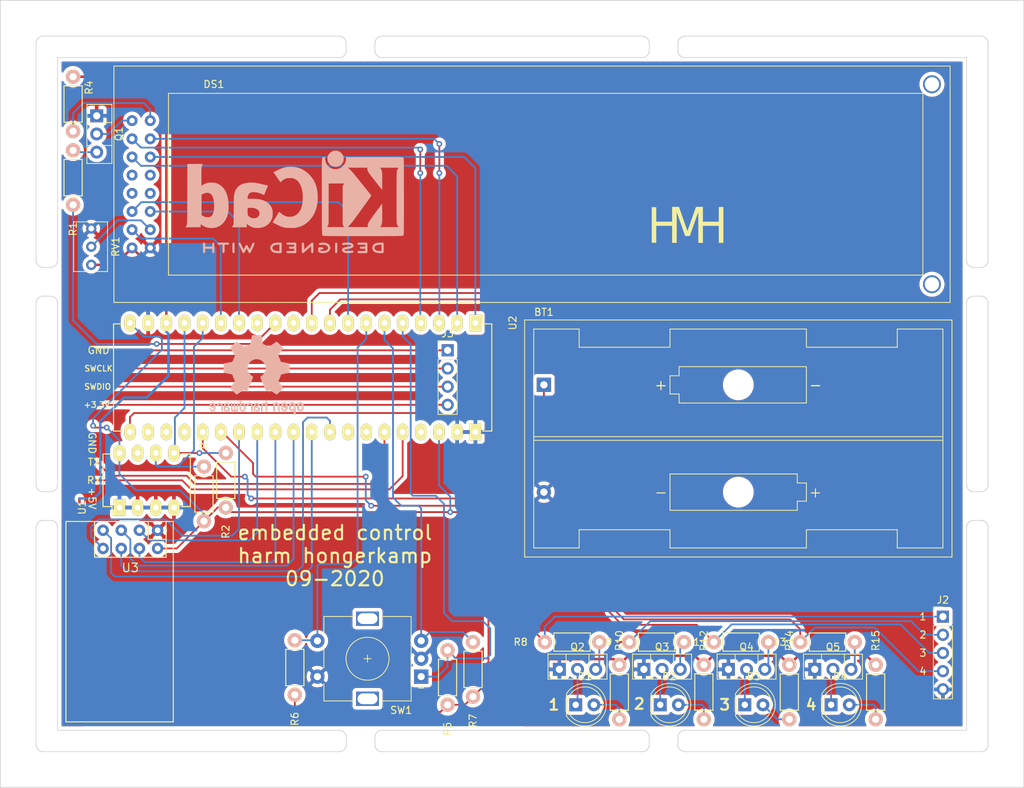
<source format=kicad_pcb>
(kicad_pcb (version 20171130) (host pcbnew 5.1.6-1.fc32)
  (layers (0 F.Cu signal) (31 B.Cu signal) (34 B.Paste user) (35 F.Paste user) (36 B.SilkS user) (37 F.SilkS user) (38 B.Mask user) (39 F.Mask user) (44 Edge.Cuts user))
  (net 0 "")
  (net 1 Board_1-Board_1-+3V3)
  (net 2 Board_1-Board_1-+5V)
  (net 3 Board_1-Board_1-/RX3)
  (net 4 Board_1-Board_1-/TX3)
  (net 5 Board_1-Board_1-/chip_enable)
  (net 6 Board_1-Board_1-/interrupt_request)
  (net 7 Board_1-Board_1-/miso1)
  (net 8 Board_1-Board_1-/mosi1)
  (net 9 Board_1-Board_1-/nss1)
  (net 10 Board_1-Board_1-/sck1)
  (net 11 Board_1-Board_1-D4)
  (net 12 Board_1-Board_1-D5)
  (net 13 Board_1-Board_1-D6)
  (net 14 Board_1-Board_1-D7)
  (net 15 Board_1-Board_1-GND)
  (net 16 "Board_1-Board_1-Net-(BT1-Pad1)")
  (net 17 "Board_1-Board_1-Net-(D1-Pad1)")
  (net 18 "Board_1-Board_1-Net-(D1-Pad2)")
  (net 19 "Board_1-Board_1-Net-(D2-Pad1)")
  (net 20 "Board_1-Board_1-Net-(D2-Pad2)")
  (net 21 "Board_1-Board_1-Net-(D3-Pad1)")
  (net 22 "Board_1-Board_1-Net-(D3-Pad2)")
  (net 23 "Board_1-Board_1-Net-(D4-Pad1)")
  (net 24 "Board_1-Board_1-Net-(D4-Pad2)")
  (net 25 "Board_1-Board_1-Net-(DS1-Pad10)")
  (net 26 "Board_1-Board_1-Net-(DS1-Pad15)")
  (net 27 "Board_1-Board_1-Net-(DS1-Pad16)")
  (net 28 "Board_1-Board_1-Net-(DS1-Pad3)")
  (net 29 "Board_1-Board_1-Net-(DS1-Pad7)")
  (net 30 "Board_1-Board_1-Net-(DS1-Pad8)")
  (net 31 "Board_1-Board_1-Net-(DS1-Pad9)")
  (net 32 "Board_1-Board_1-Net-(J3-Pad1)")
  (net 33 "Board_1-Board_1-Net-(J3-Pad2)")
  (net 34 "Board_1-Board_1-Net-(J3-Pad3)")
  (net 35 "Board_1-Board_1-Net-(J3-Pad4)")
  (net 36 "Board_1-Board_1-Net-(Q1-Pad3)")
  (net 37 "Board_1-Board_1-Net-(Q2-Pad3)")
  (net 38 "Board_1-Board_1-Net-(Q3-Pad3)")
  (net 39 "Board_1-Board_1-Net-(Q4-Pad3)")
  (net 40 "Board_1-Board_1-Net-(Q5-Pad3)")
  (net 41 "Board_1-Board_1-Net-(U1-Pad7)")
  (net 42 "Board_1-Board_1-Net-(U2-Pad11)")
  (net 43 "Board_1-Board_1-Net-(U2-Pad13)")
  (net 44 "Board_1-Board_1-Net-(U2-Pad22)")
  (net 45 "Board_1-Board_1-Net-(U2-Pad23)")
  (net 46 "Board_1-Board_1-Net-(U2-Pad24)")
  (net 47 "Board_1-Board_1-Net-(U2-Pad33)")
  (net 48 "Board_1-Board_1-Net-(U2-Pad34)")
  (net 49 "Board_1-Board_1-Net-(U2-Pad37)")
  (net 50 Board_1-Board_1-SCL)
  (net 51 Board_1-Board_1-SDA)
  (net 52 Board_1-Board_1-display_light)
  (net 53 Board_1-Board_1-enable)
  (net 54 Board_1-Board_1-pulse_A)
  (net 55 Board_1-Board_1-pulse_b)
  (net 56 Board_1-Board_1-push)
  (net 57 Board_1-Board_1-readwrite)
  (net 58 Board_1-Board_1-register_select)
  (net 59 Board_1-Board_1-schakeluitgang_1)
  (net 60 Board_1-Board_1-schakeluitgang_2)
  (net 61 Board_1-Board_1-schakeluitgang_3)
  (net 62 Board_1-Board_1-schakeluitgang_4)
  (module NPTH (layer F.Cu) (at 176.752212 114.654537)
    (fp_text reference REF** hide)
    (fp_text value NPTH hide)
    (pad "" np_thru_hole circle (at 0 0) (size 0.5 0.5) (drill 0.5) (layers *.Cu *.Mask))
  )
  (module NPTH (layer F.Cu) (at 176.752206 113.654537)
    (fp_text reference REF** hide)
    (fp_text value NPTH hide)
    (pad "" np_thru_hole circle (at 0 0) (size 0.5 0.5) (drill 0.5) (layers *.Cu *.Mask))
  )
  (module NPTH (layer F.Cu) (at 176.7522 112.654537)
    (fp_text reference REF** hide)
    (fp_text value NPTH hide)
    (pad "" np_thru_hole circle (at 0 0) (size 0.5 0.5) (drill 0.5) (layers *.Cu *.Mask))
  )
  (module NPTH (layer F.Cu) (at 176.752193 111.654537)
    (fp_text reference REF** hide)
    (fp_text value NPTH hide)
    (pad "" np_thru_hole circle (at 0 0) (size 0.5 0.5) (drill 0.5) (layers *.Cu *.Mask))
  )
  (module NPTH (layer F.Cu) (at 176.752187 110.654537)
    (fp_text reference REF** hide)
    (fp_text value NPTH hide)
    (pad "" np_thru_hole circle (at 0 0) (size 0.5 0.5) (drill 0.5) (layers *.Cu *.Mask))
  )
  (module NPTH (layer F.Cu) (at 176.752012 83.327269)
    (fp_text reference REF** hide)
    (fp_text value NPTH hide)
    (pad "" np_thru_hole circle (at 0 0) (size 0.5 0.5) (drill 0.5) (layers *.Cu *.Mask))
  )
  (module NPTH (layer F.Cu) (at 176.752006 82.327269)
    (fp_text reference REF** hide)
    (fp_text value NPTH hide)
    (pad "" np_thru_hole circle (at 0 0) (size 0.5 0.5) (drill 0.5) (layers *.Cu *.Mask))
  )
  (module NPTH (layer F.Cu) (at 176.752 81.327269)
    (fp_text reference REF** hide)
    (fp_text value NPTH hide)
    (pad "" np_thru_hole circle (at 0 0) (size 0.5 0.5) (drill 0.5) (layers *.Cu *.Mask))
  )
  (module NPTH (layer F.Cu) (at 176.751993 80.327269)
    (fp_text reference REF** hide)
    (fp_text value NPTH hide)
    (pad "" np_thru_hole circle (at 0 0) (size 0.5 0.5) (drill 0.5) (layers *.Cu *.Mask))
  )
  (module NPTH (layer F.Cu) (at 176.751987 79.327269)
    (fp_text reference REF** hide)
    (fp_text value NPTH hide)
    (pad "" np_thru_hole circle (at 0 0) (size 0.5 0.5) (drill 0.5) (layers *.Cu *.Mask))
  )
  (module NPTH (layer F.Cu) (at 50.24907 110.654536)
    (fp_text reference REF** hide)
    (fp_text value NPTH hide)
    (pad "" np_thru_hole circle (at 0 0) (size 0.5 0.5) (drill 0.5) (layers *.Cu *.Mask))
  )
  (module NPTH (layer F.Cu) (at 50.249068 111.654536)
    (fp_text reference REF** hide)
    (fp_text value NPTH hide)
    (pad "" np_thru_hole circle (at 0 0) (size 0.5 0.5) (drill 0.5) (layers *.Cu *.Mask))
  )
  (module NPTH (layer F.Cu) (at 50.249066 112.654536)
    (fp_text reference REF** hide)
    (fp_text value NPTH hide)
    (pad "" np_thru_hole circle (at 0 0) (size 0.5 0.5) (drill 0.5) (layers *.Cu *.Mask))
  )
  (module NPTH (layer F.Cu) (at 50.249064 113.654536)
    (fp_text reference REF** hide)
    (fp_text value NPTH hide)
    (pad "" np_thru_hole circle (at 0 0) (size 0.5 0.5) (drill 0.5) (layers *.Cu *.Mask))
  )
  (module NPTH (layer F.Cu) (at 50.249062 114.654536)
    (fp_text reference REF** hide)
    (fp_text value NPTH hide)
    (pad "" np_thru_hole circle (at 0 0) (size 0.5 0.5) (drill 0.5) (layers *.Cu *.Mask))
  )
  (module NPTH (layer F.Cu) (at 50.249137 79.327268)
    (fp_text reference REF** hide)
    (fp_text value NPTH hide)
    (pad "" np_thru_hole circle (at 0 0) (size 0.5 0.5) (drill 0.5) (layers *.Cu *.Mask))
  )
  (module NPTH (layer F.Cu) (at 50.249135 80.327268)
    (fp_text reference REF** hide)
    (fp_text value NPTH hide)
    (pad "" np_thru_hole circle (at 0 0) (size 0.5 0.5) (drill 0.5) (layers *.Cu *.Mask))
  )
  (module NPTH (layer F.Cu) (at 50.249133 81.327268)
    (fp_text reference REF** hide)
    (fp_text value NPTH hide)
    (pad "" np_thru_hole circle (at 0 0) (size 0.5 0.5) (drill 0.5) (layers *.Cu *.Mask))
  )
  (module NPTH (layer F.Cu) (at 50.249131 82.327268)
    (fp_text reference REF** hide)
    (fp_text value NPTH hide)
    (pad "" np_thru_hole circle (at 0 0) (size 0.5 0.5) (drill 0.5) (layers *.Cu *.Mask))
  )
  (module NPTH (layer F.Cu) (at 50.249129 83.327268)
    (fp_text reference REF** hide)
    (fp_text value NPTH hide)
    (pad "" np_thru_hole circle (at 0 0) (size 0.5 0.5) (drill 0.5) (layers *.Cu *.Mask))
  )
  (module NPTH (layer F.Cu) (at 132.667602 143.73273)
    (fp_text reference REF** hide)
    (fp_text value NPTH hide)
    (pad "" np_thru_hole circle (at 0 0) (size 0.5 0.5) (drill 0.5) (layers *.Cu *.Mask))
  )
  (module NPTH (layer F.Cu) (at 133.667602 143.732731)
    (fp_text reference REF** hide)
    (fp_text value NPTH hide)
    (pad "" np_thru_hole circle (at 0 0) (size 0.5 0.5) (drill 0.5) (layers *.Cu *.Mask))
  )
  (module NPTH (layer F.Cu) (at 134.667602 143.732733)
    (fp_text reference REF** hide)
    (fp_text value NPTH hide)
    (pad "" np_thru_hole circle (at 0 0) (size 0.5 0.5) (drill 0.5) (layers *.Cu *.Mask))
  )
  (module NPTH (layer F.Cu) (at 135.667602 143.732734)
    (fp_text reference REF** hide)
    (fp_text value NPTH hide)
    (pad "" np_thru_hole circle (at 0 0) (size 0.5 0.5) (drill 0.5) (layers *.Cu *.Mask))
  )
  (module NPTH (layer F.Cu) (at 136.667602 143.732736)
    (fp_text reference REF** hide)
    (fp_text value NPTH hide)
    (pad "" np_thru_hole circle (at 0 0) (size 0.5 0.5) (drill 0.5) (layers *.Cu *.Mask))
  )
  (module NPTH (layer F.Cu) (at 90.333801 143.732663)
    (fp_text reference REF** hide)
    (fp_text value NPTH hide)
    (pad "" np_thru_hole circle (at 0 0) (size 0.5 0.5) (drill 0.5) (layers *.Cu *.Mask))
  )
  (module NPTH (layer F.Cu) (at 91.333801 143.732665)
    (fp_text reference REF** hide)
    (fp_text value NPTH hide)
    (pad "" np_thru_hole circle (at 0 0) (size 0.5 0.5) (drill 0.5) (layers *.Cu *.Mask))
  )
  (module NPTH (layer F.Cu) (at 92.333801 143.732666)
    (fp_text reference REF** hide)
    (fp_text value NPTH hide)
    (pad "" np_thru_hole circle (at 0 0) (size 0.5 0.5) (drill 0.5) (layers *.Cu *.Mask))
  )
  (module NPTH (layer F.Cu) (at 93.333801 143.732668)
    (fp_text reference REF** hide)
    (fp_text value NPTH hide)
    (pad "" np_thru_hole circle (at 0 0) (size 0.5 0.5) (drill 0.5) (layers *.Cu *.Mask))
  )
  (module NPTH (layer F.Cu) (at 94.333801 143.732669)
    (fp_text reference REF** hide)
    (fp_text value NPTH hide)
    (pad "" np_thru_hole circle (at 0 0) (size 0.5 0.5) (drill 0.5) (layers *.Cu *.Mask))
  )
  (module NPTH (layer F.Cu) (at 136.667602 50.249063)
    (fp_text reference REF** hide)
    (fp_text value NPTH hide)
    (pad "" np_thru_hole circle (at 0 0) (size 0.5 0.5) (drill 0.5) (layers *.Cu *.Mask))
  )
  (module NPTH (layer F.Cu) (at 135.667602 50.249065)
    (fp_text reference REF** hide)
    (fp_text value NPTH hide)
    (pad "" np_thru_hole circle (at 0 0) (size 0.5 0.5) (drill 0.5) (layers *.Cu *.Mask))
  )
  (module NPTH (layer F.Cu) (at 134.667602 50.249066)
    (fp_text reference REF** hide)
    (fp_text value NPTH hide)
    (pad "" np_thru_hole circle (at 0 0) (size 0.5 0.5) (drill 0.5) (layers *.Cu *.Mask))
  )
  (module NPTH (layer F.Cu) (at 133.667602 50.249068)
    (fp_text reference REF** hide)
    (fp_text value NPTH hide)
    (pad "" np_thru_hole circle (at 0 0) (size 0.5 0.5) (drill 0.5) (layers *.Cu *.Mask))
  )
  (module NPTH (layer F.Cu) (at 132.667602 50.249069)
    (fp_text reference REF** hide)
    (fp_text value NPTH hide)
    (pad "" np_thru_hole circle (at 0 0) (size 0.5 0.5) (drill 0.5) (layers *.Cu *.Mask))
  )
  (module NPTH (layer F.Cu) (at 94.333801 50.24913)
    (fp_text reference REF** hide)
    (fp_text value NPTH hide)
    (pad "" np_thru_hole circle (at 0 0) (size 0.5 0.5) (drill 0.5) (layers *.Cu *.Mask))
  )
  (module NPTH (layer F.Cu) (at 93.333801 50.249131)
    (fp_text reference REF** hide)
    (fp_text value NPTH hide)
    (pad "" np_thru_hole circle (at 0 0) (size 0.5 0.5) (drill 0.5) (layers *.Cu *.Mask))
  )
  (module NPTH (layer F.Cu) (at 92.333801 50.249133)
    (fp_text reference REF** hide)
    (fp_text value NPTH hide)
    (pad "" np_thru_hole circle (at 0 0) (size 0.5 0.5) (drill 0.5) (layers *.Cu *.Mask))
  )
  (module NPTH (layer F.Cu) (at 91.333801 50.249134)
    (fp_text reference REF** hide)
    (fp_text value NPTH hide)
    (pad "" np_thru_hole circle (at 0 0) (size 0.5 0.5) (drill 0.5) (layers *.Cu *.Mask))
  )
  (module NPTH (layer F.Cu) (at 90.333801 50.249136)
    (fp_text reference REF** hide)
    (fp_text value NPTH hide)
    (pad "" np_thru_hole circle (at 0 0) (size 0.5 0.5) (drill 0.5) (layers *.Cu *.Mask))
  )
  (module harms_usual:harm_logo_10x5mm (layer F.Cu) (at 138.011801 73.369001)
    (fp_text reference G*** hide)
    (fp_text value LOGO hide)
  )
  (module Symbol:KiCad-Logo2_12mm_SilkScreen (layer B.Cu) (at 83.147801 68.924001 180)
    (fp_text reference REF** hide)
    (fp_text value KiCad-Logo2_12mm_SilkScreen hide)
  )
  (module Symbol:OSHW-Logo2_14.6x12mm_SilkScreen (layer B.Cu) (at 77.813801 94.324001 180)
    (fp_text reference REF** hide)
    (fp_text value OSHW-Logo2_14.6x12mm_SilkScreen hide)
  )
  (module harms_usual:nrf24l01 (layer F.Cu) (at 60.160801 117.311001 180)
    (fp_text reference U3 (at 0 -3.97 180) (layer F.SilkS) (effects (font (size 1.2 1.2))))
    (fp_text value nrf24l01)
    (pad 8 thru_hole circle (at 3.81 -1.27 180) (size 1.6 1.6) (drill 0.8) (layers *.Cu *.Mask) (net 6 Board_1-Board_1-/interrupt_request))
    (pad 7 thru_hole circle (at 3.81 1.27 180) (size 1.6 1.6) (drill 0.8) (layers *.Cu *.Mask) (net 7 Board_1-Board_1-/miso1))
    (pad 6 thru_hole circle (at 1.27 -1.27 180) (size 1.6 1.6) (drill 0.8) (layers *.Cu *.Mask) (net 8 Board_1-Board_1-/mosi1))
    (pad 5 thru_hole circle (at 1.27 1.27 180) (size 1.6 1.6) (drill 0.8) (layers *.Cu *.Mask) (net 10 Board_1-Board_1-/sck1))
    (pad 4 thru_hole circle (at -1.27 -1.27 180) (size 1.6 1.6) (drill 0.8) (layers *.Cu *.Mask) (net 9 Board_1-Board_1-/nss1))
    (pad 3 thru_hole circle (at -1.27 1.27 180) (size 1.6 1.6) (drill 0.8) (layers *.Cu *.Mask) (net 5 Board_1-Board_1-/chip_enable))
    (pad 2 thru_hole circle (at -3.81 -1.27 180) (size 1.6 1.6) (drill 0.8) (layers *.Cu *.Mask) (net 1 Board_1-Board_1-+3V3))
    (pad 1 thru_hole circle (at -3.81 1.27 180) (size 1.6 1.6) (drill 0.8) (layers *.Cu *.Mask) (net 15 Board_1-Board_1-GND))
  )
  (module Battery:BatteryHolder_Keystone_2462_2xAA (layer F.Cu) (at 117.945801 95.721001)
    (fp_text reference BT1 (at 0 -10.16 180) (layer F.SilkS))
    (fp_text value keystone-2460)
    (fp_text user - (at 37.945 0) (layer F.SilkS) (effects (font (size 1.5 1.5))))
    (fp_text user + (at 16.355 0) (layer F.SilkS) (effects (font (size 1.5 1.5))))
    (fp_text user - (at 16.355 14.99) (layer F.SilkS) (effects (font (size 1.5 1.5))))
    (fp_text user + (at 37.945 14.99) (layer F.SilkS) (effects (font (size 1.5 1.5))))
    (fp_text user + (at 16.355 0) (layer F.SilkS) (effects (font (size 1.5 1.5))))
    (fp_text user - (at 37.945 0) (layer F.SilkS) (effects (font (size 1.5 1.5))))
    (pad "" np_thru_hole circle (at 27.165 0) (size 3.3 3.3) (drill 3.3) (layers *.Cu *.Mask))
    (pad "" np_thru_hole circle (at 27.165 14.99) (size 3.3 3.3) (drill 3.3) (layers *.Cu *.Mask))
    (pad 2 thru_hole circle (at 0 14.99) (size 2 2) (drill 1.02) (layers *.Cu *.Mask) (net 15 Board_1-Board_1-GND))
    (pad 1 thru_hole rect (at 0 0) (size 2 2) (drill 1.02) (layers *.Cu *.Mask) (net 16 "Board_1-Board_1-Net-(BT1-Pad1)"))
  )
  (module LED_THT:LED_D5.0mm (layer F.Cu) (at 122.390801 140.425001)
    (fp_text reference D1 (at 1.27 -3.96) (layer F.SilkS))
    (fp_text value LED)
    (pad 2 thru_hole circle (at 2.54 0) (size 1.8 1.8) (drill 0.9) (layers *.Cu *.Mask) (net 18 "Board_1-Board_1-Net-(D1-Pad2)"))
    (pad 1 thru_hole rect (at 0 0) (size 1.8 1.8) (drill 0.9) (layers *.Cu *.Mask) (net 17 "Board_1-Board_1-Net-(D1-Pad1)"))
  )
  (module LED_THT:LED_D5.0mm (layer F.Cu) (at 134.201801 140.425001)
    (fp_text reference D2 (at 1.27 -3.96) (layer F.SilkS))
    (fp_text value LED)
    (pad 2 thru_hole circle (at 2.54 0) (size 1.8 1.8) (drill 0.9) (layers *.Cu *.Mask) (net 20 "Board_1-Board_1-Net-(D2-Pad2)"))
    (pad 1 thru_hole rect (at 0 0) (size 1.8 1.8) (drill 0.9) (layers *.Cu *.Mask) (net 19 "Board_1-Board_1-Net-(D2-Pad1)"))
  )
  (module LED_THT:LED_D5.0mm (layer F.Cu) (at 146.012801 140.425001)
    (fp_text reference D3 (at 1.27 -3.96) (layer F.SilkS))
    (fp_text value LED)
    (pad 2 thru_hole circle (at 2.54 0) (size 1.8 1.8) (drill 0.9) (layers *.Cu *.Mask) (net 22 "Board_1-Board_1-Net-(D3-Pad2)"))
    (pad 1 thru_hole rect (at 0 0) (size 1.8 1.8) (drill 0.9) (layers *.Cu *.Mask) (net 21 "Board_1-Board_1-Net-(D3-Pad1)"))
  )
  (module LED_THT:LED_D5.0mm (layer F.Cu) (at 158.077801 140.425001)
    (fp_text reference D4 (at 1.27 -3.96) (layer F.SilkS))
    (fp_text value LED)
    (pad 2 thru_hole circle (at 2.54 0) (size 1.8 1.8) (drill 0.9) (layers *.Cu *.Mask) (net 24 "Board_1-Board_1-Net-(D4-Pad2)"))
    (pad 1 thru_hole rect (at 0 0) (size 1.8 1.8) (drill 0.9) (layers *.Cu *.Mask) (net 23 "Board_1-Board_1-Net-(D4-Pad1)"))
  )
  (module harms_usual:lcd24x2 (layer F.Cu) (at 61.674402 67.692502)
    (fp_text reference DS1 (at 10.16 -13.97) (layer F.SilkS))
    (fp_text value WC1602A)
    (pad "" thru_hole circle (at 110.49 13.97) (size 2.5 2.5) (drill 2) (layers *.Cu *.Mask))
    (pad "" thru_hole circle (at 110.49 -13.97) (size 2.5 2.5) (drill 2) (layers *.Cu *.Mask))
    (pad 16 thru_hole circle (at -1.27 -8.89) (size 1.524 1.524) (drill 0.762) (layers *.Cu *.Mask) (net 27 "Board_1-Board_1-Net-(DS1-Pad16)"))
    (pad 15 thru_hole circle (at 1.27 -8.89) (size 1.524 1.524) (drill 0.762) (layers *.Cu *.Mask) (net 26 "Board_1-Board_1-Net-(DS1-Pad15)"))
    (pad 14 thru_hole circle (at -1.27 -6.35) (size 1.524 1.524) (drill 0.762) (layers *.Cu *.Mask) (net 14 Board_1-Board_1-D7))
    (pad 13 thru_hole circle (at 1.27 -6.35) (size 1.524 1.524) (drill 0.762) (layers *.Cu *.Mask) (net 13 Board_1-Board_1-D6))
    (pad 12 thru_hole circle (at -1.27 -3.81) (size 1.524 1.524) (drill 0.762) (layers *.Cu *.Mask) (net 12 Board_1-Board_1-D5))
    (pad 11 thru_hole circle (at 1.27 -3.81) (size 1.524 1.524) (drill 0.762) (layers *.Cu *.Mask) (net 11 Board_1-Board_1-D4))
    (pad 10 thru_hole circle (at -1.27 -1.27) (size 1.524 1.524) (drill 0.762) (layers *.Cu *.Mask) (net 25 "Board_1-Board_1-Net-(DS1-Pad10)"))
    (pad 9 thru_hole circle (at 1.27 -1.27) (size 1.524 1.524) (drill 0.762) (layers *.Cu *.Mask) (net 31 "Board_1-Board_1-Net-(DS1-Pad9)"))
    (pad 8 thru_hole circle (at -1.27 1.27) (size 1.524 1.524) (drill 0.762) (layers *.Cu *.Mask) (net 30 "Board_1-Board_1-Net-(DS1-Pad8)"))
    (pad 7 thru_hole circle (at 1.27 1.27) (size 1.524 1.524) (drill 0.762) (layers *.Cu *.Mask) (net 29 "Board_1-Board_1-Net-(DS1-Pad7)"))
    (pad 6 thru_hole circle (at -1.27 3.81) (size 1.524 1.524) (drill 0.762) (layers *.Cu *.Mask) (net 53 Board_1-Board_1-enable))
    (pad 5 thru_hole circle (at 1.27 3.81) (size 1.524 1.524) (drill 0.762) (layers *.Cu *.Mask) (net 57 Board_1-Board_1-readwrite))
    (pad 4 thru_hole circle (at -1.27 6.35) (size 1.524 1.524) (drill 0.762) (layers *.Cu *.Mask) (net 58 Board_1-Board_1-register_select))
    (pad 3 thru_hole circle (at 1.27 6.35) (size 1.524 1.524) (drill 0.762) (layers *.Cu *.Mask) (net 28 "Board_1-Board_1-Net-(DS1-Pad3)"))
    (pad 2 thru_hole circle (at -1.27 8.89) (size 1.524 1.524) (drill 0.762) (layers *.Cu *.Mask) (net 2 Board_1-Board_1-+5V))
    (pad 1 thru_hole circle (at 1.27 8.89) (size 1.524 1.524) (drill 0.762) (layers *.Cu *.Mask) (net 15 Board_1-Board_1-GND))
  )
  (module Connector_PinHeader_2.54mm:PinHeader_1x04_P2.54mm_Vertical (layer F.Cu) (at 104.496501 90.895001)
    (fp_text reference J3 (at 0 -2.33) (layer F.SilkS))
    (fp_text value programmer_1)
    (pad 4 thru_hole oval (at 0 7.62) (size 1.7 1.7) (drill 1) (layers *.Cu *.Mask) (net 35 "Board_1-Board_1-Net-(J3-Pad4)"))
    (pad 3 thru_hole oval (at 0 5.08) (size 1.7 1.7) (drill 1) (layers *.Cu *.Mask) (net 34 "Board_1-Board_1-Net-(J3-Pad3)"))
    (pad 2 thru_hole oval (at 0 2.54) (size 1.7 1.7) (drill 1) (layers *.Cu *.Mask) (net 33 "Board_1-Board_1-Net-(J3-Pad2)"))
    (pad 1 thru_hole rect (at 0 0) (size 1.7 1.7) (drill 1) (layers *.Cu *.Mask) (net 32 "Board_1-Board_1-Net-(J3-Pad1)"))
  )
  (module Package_TO_SOT_THT:TO-126-3_Vertical (layer F.Cu) (at 55.461801 58.129001 270)
    (fp_text reference Q1 (at 2.54 -3.12 90) (layer F.SilkS))
    (fp_text value BD439)
    (pad 3 thru_hole oval (at 5.08 0 270) (size 1.8 1.8) (drill 1) (layers *.Cu *.Mask) (net 36 "Board_1-Board_1-Net-(Q1-Pad3)"))
    (pad 2 thru_hole oval (at 2.54 0 270) (size 1.8 1.8) (drill 1) (layers *.Cu *.Mask) (net 27 "Board_1-Board_1-Net-(DS1-Pad16)"))
    (pad 1 thru_hole rect (at 0 0 270) (size 1.8 1.8) (drill 1) (layers *.Cu *.Mask) (net 15 Board_1-Board_1-GND))
  )
  (module Package_TO_SOT_THT:TO-126-3_Vertical (layer F.Cu) (at 120.104801 135.472001)
    (fp_text reference Q2 (at 2.54 -3.12) (layer F.SilkS))
    (fp_text value BD439)
    (pad 3 thru_hole oval (at 5.08 0) (size 1.8 1.8) (drill 1) (layers *.Cu *.Mask) (net 37 "Board_1-Board_1-Net-(Q2-Pad3)"))
    (pad 2 thru_hole oval (at 2.54 0) (size 1.8 1.8) (drill 1) (layers *.Cu *.Mask) (net 17 "Board_1-Board_1-Net-(D1-Pad1)"))
    (pad 1 thru_hole rect (at 0 0) (size 1.8 1.8) (drill 1) (layers *.Cu *.Mask) (net 15 Board_1-Board_1-GND))
  )
  (module Package_TO_SOT_THT:TO-126-3_Vertical (layer F.Cu) (at 131.915801 135.472001)
    (fp_text reference Q3 (at 2.54 -3.12) (layer F.SilkS))
    (fp_text value BD439)
    (pad 3 thru_hole oval (at 5.08 0) (size 1.8 1.8) (drill 1) (layers *.Cu *.Mask) (net 38 "Board_1-Board_1-Net-(Q3-Pad3)"))
    (pad 2 thru_hole oval (at 2.54 0) (size 1.8 1.8) (drill 1) (layers *.Cu *.Mask) (net 19 "Board_1-Board_1-Net-(D2-Pad1)"))
    (pad 1 thru_hole rect (at 0 0) (size 1.8 1.8) (drill 1) (layers *.Cu *.Mask) (net 15 Board_1-Board_1-GND))
  )
  (module Package_TO_SOT_THT:TO-126-3_Vertical (layer F.Cu) (at 143.726801 135.472001)
    (fp_text reference Q4 (at 2.54 -3.12) (layer F.SilkS))
    (fp_text value BD439)
    (pad 3 thru_hole oval (at 5.08 0) (size 1.8 1.8) (drill 1) (layers *.Cu *.Mask) (net 39 "Board_1-Board_1-Net-(Q4-Pad3)"))
    (pad 2 thru_hole oval (at 2.54 0) (size 1.8 1.8) (drill 1) (layers *.Cu *.Mask) (net 21 "Board_1-Board_1-Net-(D3-Pad1)"))
    (pad 1 thru_hole rect (at 0 0) (size 1.8 1.8) (drill 1) (layers *.Cu *.Mask) (net 15 Board_1-Board_1-GND))
  )
  (module Package_TO_SOT_THT:TO-126-3_Vertical (layer F.Cu) (at 155.791801 135.472001)
    (fp_text reference Q5 (at 2.54 -3.12) (layer F.SilkS))
    (fp_text value BD439)
    (pad 3 thru_hole oval (at 5.08 0) (size 1.8 1.8) (drill 1) (layers *.Cu *.Mask) (net 40 "Board_1-Board_1-Net-(Q5-Pad3)"))
    (pad 2 thru_hole oval (at 2.54 0) (size 1.8 1.8) (drill 1) (layers *.Cu *.Mask) (net 23 "Board_1-Board_1-Net-(D4-Pad1)"))
    (pad 1 thru_hole rect (at 0 0) (size 1.8 1.8) (drill 1) (layers *.Cu *.Mask) (net 15 Board_1-Board_1-GND))
  )
  (module harms_usual:Resistor_Horizontal_RM7mm (layer F.Cu) (at 52.159801 62.955001 270)
    (fp_text reference R1 (at 11 0 90) (layer F.SilkS))
    (fp_text value 2k)
    (pad 2 thru_hole circle (at 7.62 0 270) (size 1.99898 1.99898) (drill 1.00076) (layers *.Cu *.SilkS *.Mask) (net 52 Board_1-Board_1-display_light))
    (pad 1 thru_hole circle (at 0 0 270) (size 1.99898 1.99898) (drill 1.00076) (layers *.Cu *.SilkS *.Mask) (net 36 "Board_1-Board_1-Net-(Q1-Pad3)"))
  )
  (module harms_usual:Resistor_Horizontal_RM7mm (layer F.Cu) (at 73.495801 105.246001 270)
    (fp_text reference R2 (at 11 0 90) (layer F.SilkS))
    (fp_text value 2k)
    (pad 2 thru_hole circle (at 7.62 0 270) (size 1.99898 1.99898) (drill 1.00076) (layers *.Cu *.SilkS *.Mask) (net 1 Board_1-Board_1-+3V3))
    (pad 1 thru_hole circle (at 0 0 270) (size 1.99898 1.99898) (drill 1.00076) (layers *.Cu *.SilkS *.Mask) (net 51 Board_1-Board_1-SDA))
  )
  (module harms_usual:Resistor_Horizontal_RM7mm (layer F.Cu) (at 70.447801 114.771001 90)
    (fp_text reference R3 (at 11 0 90) (layer F.SilkS))
    (fp_text value 2k)
    (pad 2 thru_hole circle (at 7.62 0 90) (size 1.99898 1.99898) (drill 1.00076) (layers *.Cu *.SilkS *.Mask) (net 50 Board_1-Board_1-SCL))
    (pad 1 thru_hole circle (at 0 0 90) (size 1.99898 1.99898) (drill 1.00076) (layers *.Cu *.SilkS *.Mask) (net 1 Board_1-Board_1-+3V3))
  )
  (module harms_usual:Resistor_Horizontal_RM7mm (layer F.Cu) (at 52.159801 60.288001 90)
    (fp_text reference R4 (at 6.102 2.227 90) (layer F.SilkS))
    (fp_text value 200)
    (pad 2 thru_hole circle (at 7.62 0 90) (size 1.99898 1.99898) (drill 1.00076) (layers *.Cu *.SilkS *.Mask) (net 2 Board_1-Board_1-+5V))
    (pad 1 thru_hole circle (at 0 0 90) (size 1.99898 1.99898) (drill 1.00076) (layers *.Cu *.SilkS *.Mask) (net 26 "Board_1-Board_1-Net-(DS1-Pad15)"))
  )
  (module harms_usual:Resistor_Horizontal_RM7mm (layer F.Cu) (at 104.483801 132.805001 270)
    (fp_text reference R5 (at 11 0 90) (layer F.SilkS))
    (fp_text value 2k)
    (pad 2 thru_hole circle (at 7.62 0 270) (size 1.99898 1.99898) (drill 1.00076) (layers *.Cu *.SilkS *.Mask) (net 1 Board_1-Board_1-+3V3))
    (pad 1 thru_hole circle (at 0 0 270) (size 1.99898 1.99898) (drill 1.00076) (layers *.Cu *.SilkS *.Mask) (net 54 Board_1-Board_1-pulse_A))
  )
  (module harms_usual:Resistor_Horizontal_RM7mm (layer F.Cu) (at 83.147801 131.408001 270)
    (fp_text reference R6 (at 11 0 90) (layer F.SilkS))
    (fp_text value 10k)
    (pad 2 thru_hole circle (at 7.62 0 270) (size 1.99898 1.99898) (drill 1.00076) (layers *.Cu *.SilkS *.Mask) (net 1 Board_1-Board_1-+3V3))
    (pad 1 thru_hole circle (at 0 0 270) (size 1.99898 1.99898) (drill 1.00076) (layers *.Cu *.SilkS *.Mask) (net 56 Board_1-Board_1-push))
  )
  (module harms_usual:Resistor_Horizontal_RM7mm (layer F.Cu) (at 108.039801 131.662001 270)
    (fp_text reference R7 (at 11 0 90) (layer F.SilkS))
    (fp_text value 2k)
    (pad 2 thru_hole circle (at 7.62 0 270) (size 1.99898 1.99898) (drill 1.00076) (layers *.Cu *.SilkS *.Mask) (net 1 Board_1-Board_1-+3V3))
    (pad 1 thru_hole circle (at 0 0 270) (size 1.99898 1.99898) (drill 1.00076) (layers *.Cu *.SilkS *.Mask) (net 55 Board_1-Board_1-pulse_b))
  )
  (module harms_usual:Resistor_Horizontal_RM7mm (layer F.Cu) (at 125.692801 131.662001 180)
    (fp_text reference R8 (at 11 0) (layer F.SilkS))
    (fp_text value 2k)
    (pad 2 thru_hole circle (at 7.62 0 180) (size 1.99898 1.99898) (drill 1.00076) (layers *.Cu *.SilkS *.Mask) (net 59 Board_1-Board_1-schakeluitgang_1))
    (pad 1 thru_hole circle (at 0 0 180) (size 1.99898 1.99898) (drill 1.00076) (layers *.Cu *.SilkS *.Mask) (net 37 "Board_1-Board_1-Net-(Q2-Pad3)"))
  )
  (module harms_usual:Resistor_Horizontal_RM7mm (layer F.Cu) (at 137.503801 131.662001 180)
    (fp_text reference R9 (at 11 0) (layer F.SilkS))
    (fp_text value 2k)
    (pad 2 thru_hole circle (at 7.62 0 180) (size 1.99898 1.99898) (drill 1.00076) (layers *.Cu *.SilkS *.Mask) (net 60 Board_1-Board_1-schakeluitgang_2))
    (pad 1 thru_hole circle (at 0 0 180) (size 1.99898 1.99898) (drill 1.00076) (layers *.Cu *.SilkS *.Mask) (net 38 "Board_1-Board_1-Net-(Q3-Pad3)"))
  )
  (module harms_usual:Resistor_Horizontal_RM7mm (layer F.Cu) (at 128.486801 142.457001 90)
    (fp_text reference R10 (at 11 0 90) (layer F.SilkS))
    (fp_text value 200)
    (pad 2 thru_hole circle (at 7.62 0 90) (size 1.99898 1.99898) (drill 1.00076) (layers *.Cu *.SilkS *.Mask) (net 2 Board_1-Board_1-+5V))
    (pad 1 thru_hole circle (at 0 0 90) (size 1.99898 1.99898) (drill 1.00076) (layers *.Cu *.SilkS *.Mask) (net 18 "Board_1-Board_1-Net-(D1-Pad2)"))
  )
  (module harms_usual:Resistor_Horizontal_RM7mm (layer F.Cu) (at 149.314801 131.662001 180)
    (fp_text reference R11 (at 11 0) (layer F.SilkS))
    (fp_text value 2k)
    (pad 2 thru_hole circle (at 7.62 0 180) (size 1.99898 1.99898) (drill 1.00076) (layers *.Cu *.SilkS *.Mask) (net 61 Board_1-Board_1-schakeluitgang_3))
    (pad 1 thru_hole circle (at 0 0 180) (size 1.99898 1.99898) (drill 1.00076) (layers *.Cu *.SilkS *.Mask) (net 39 "Board_1-Board_1-Net-(Q4-Pad3)"))
  )
  (module harms_usual:Resistor_Horizontal_RM7mm (layer F.Cu) (at 140.297801 142.457001 90)
    (fp_text reference R12 (at 11 0 90) (layer F.SilkS))
    (fp_text value 200)
    (pad 2 thru_hole circle (at 7.62 0 90) (size 1.99898 1.99898) (drill 1.00076) (layers *.Cu *.SilkS *.Mask) (net 2 Board_1-Board_1-+5V))
    (pad 1 thru_hole circle (at 0 0 90) (size 1.99898 1.99898) (drill 1.00076) (layers *.Cu *.SilkS *.Mask) (net 20 "Board_1-Board_1-Net-(D2-Pad2)"))
  )
  (module harms_usual:Resistor_Horizontal_RM7mm (layer F.Cu) (at 161.379801 131.662001 180)
    (fp_text reference R13 (at 11 0) (layer F.SilkS))
    (fp_text value 2k)
    (pad 2 thru_hole circle (at 7.62 0 180) (size 1.99898 1.99898) (drill 1.00076) (layers *.Cu *.SilkS *.Mask) (net 62 Board_1-Board_1-schakeluitgang_4))
    (pad 1 thru_hole circle (at 0 0 180) (size 1.99898 1.99898) (drill 1.00076) (layers *.Cu *.SilkS *.Mask) (net 40 "Board_1-Board_1-Net-(Q5-Pad3)"))
  )
  (module harms_usual:Resistor_Horizontal_RM7mm (layer F.Cu) (at 152.235801 142.457001 90)
    (fp_text reference R14 (at 11 0 90) (layer F.SilkS))
    (fp_text value 200)
    (pad 2 thru_hole circle (at 7.62 0 90) (size 1.99898 1.99898) (drill 1.00076) (layers *.Cu *.SilkS *.Mask) (net 2 Board_1-Board_1-+5V))
    (pad 1 thru_hole circle (at 0 0 90) (size 1.99898 1.99898) (drill 1.00076) (layers *.Cu *.SilkS *.Mask) (net 22 "Board_1-Board_1-Net-(D3-Pad2)"))
  )
  (module harms_usual:Resistor_Horizontal_RM7mm (layer F.Cu) (at 164.300801 142.457001 90)
    (fp_text reference R15 (at 11 0 90) (layer F.SilkS))
    (fp_text value 200)
    (pad 2 thru_hole circle (at 7.62 0 90) (size 1.99898 1.99898) (drill 1.00076) (layers *.Cu *.SilkS *.Mask) (net 2 Board_1-Board_1-+5V))
    (pad 1 thru_hole circle (at 0 0 90) (size 1.99898 1.99898) (drill 1.00076) (layers *.Cu *.SilkS *.Mask) (net 24 "Board_1-Board_1-Net-(D4-Pad2)"))
  )
  (module Potentiometer_THT:Potentiometer_Bourns_3266Y_Vertical (layer F.Cu) (at 54.699801 78.957001 270)
    (fp_text reference RV1 (at -2.54 -3.41 90) (layer F.SilkS))
    (fp_text value R_POT_TRIM)
    (pad 3 thru_hole circle (at -5.08 0 270) (size 1.44 1.44) (drill 0.8) (layers *.Cu *.Mask) (net 15 Board_1-Board_1-GND))
    (pad 2 thru_hole circle (at -2.54 0 270) (size 1.44 1.44) (drill 0.8) (layers *.Cu *.Mask) (net 28 "Board_1-Board_1-Net-(DS1-Pad3)"))
    (pad 1 thru_hole circle (at 0 0 270) (size 1.44 1.44) (drill 0.8) (layers *.Cu *.Mask) (net 2 Board_1-Board_1-+5V))
  )
  (module Rotary_Encoder:RotaryEncoder_Alps_EC11E-Switch_Vertical_H20mm (layer F.Cu) (at 100.800801 136.488001 180)
    (fp_text reference SW1 (at 2.8 -4.7) (layer F.SilkS))
    (fp_text value Rotary_Encoder_Switch)
    (pad A thru_hole rect (at 0 0 180) (size 2 2) (drill 1) (layers *.Cu *.Mask) (net 54 Board_1-Board_1-pulse_A))
    (pad C thru_hole circle (at 0 2.5 180) (size 2 2) (drill 1) (layers *.Cu *.Mask) (net 15 Board_1-Board_1-GND))
    (pad B thru_hole circle (at 0 5 180) (size 2 2) (drill 1) (layers *.Cu *.Mask) (net 55 Board_1-Board_1-pulse_b))
    (pad MP thru_hole rect (at 7.5 -3.1 180) (size 3.2 2) (drill oval 2.8 1.5) (layers *.Cu *.Mask))
    (pad MP thru_hole rect (at 7.5 8.1 180) (size 3.2 2) (drill oval 2.8 1.5) (layers *.Cu *.Mask))
    (pad S2 thru_hole circle (at 14.5 0 180) (size 2 2) (drill 1) (layers *.Cu *.Mask) (net 15 Board_1-Board_1-GND))
    (pad S1 thru_hole circle (at 14.5 5 180) (size 2 2) (drill 1) (layers *.Cu *.Mask) (net 56 Board_1-Board_1-push))
  )
  (module harms_usual:DIP-8_W7.62mm_LongPads (layer F.Cu) (at 58.636801 112.866001 90)
    (fp_text reference U1 (at 0 -5.22 90) (layer F.SilkS))
    (fp_text value 24LC64)
    (pad 8 thru_hole oval (at 7.62 0 90) (size 2.3 1.6) (drill 0.8) (layers *.Cu *.Mask F.SilkS) (net 1 Board_1-Board_1-+3V3))
    (pad 7 thru_hole oval (at 7.62 2.54 90) (size 2.3 1.6) (drill 0.8) (layers *.Cu *.Mask F.SilkS) (net 41 "Board_1-Board_1-Net-(U1-Pad7)"))
    (pad 6 thru_hole oval (at 7.62 5.08 90) (size 2.3 1.6) (drill 0.8) (layers *.Cu *.Mask F.SilkS) (net 50 Board_1-Board_1-SCL))
    (pad 5 thru_hole oval (at 7.62 7.62 90) (size 2.3 1.6) (drill 0.8) (layers *.Cu *.Mask F.SilkS) (net 51 Board_1-Board_1-SDA))
    (pad 4 thru_hole oval (at 0 7.62 90) (size 2.3 1.6) (drill 0.8) (layers *.Cu *.Mask F.SilkS) (net 15 Board_1-Board_1-GND))
    (pad 3 thru_hole oval (at 0 5.08 90) (size 2.3 1.6) (drill 0.8) (layers *.Cu *.Mask F.SilkS) (net 15 Board_1-Board_1-GND))
    (pad 2 thru_hole oval (at 0 2.54 90) (size 2.3 1.6) (drill 0.8) (layers *.Cu *.Mask F.SilkS) (net 15 Board_1-Board_1-GND))
    (pad 1 thru_hole rect (at 0 0 90) (size 2.3 1.6) (drill 0.8) (layers *.Cu *.Mask F.SilkS) (net 15 Board_1-Board_1-GND))
  )
  (module harms_usual:DIP-40_W15.24mm_LongPads (layer F.Cu) (at 108.370001 87.072301 270)
    (fp_text reference U2 (at 0 -5.22 90) (layer F.SilkS))
    (fp_text value stm32_bluepill)
    (pad 40 thru_hole rect (at 15.24 0 270) (size 2.3 1.6) (drill 0.8) (layers *.Cu *.Mask F.SilkS) (net 15 Board_1-Board_1-GND))
    (pad 39 thru_hole oval (at 15.24 2.54 270) (size 2.3 1.6) (drill 0.8) (layers *.Cu *.Mask F.SilkS) (net 15 Board_1-Board_1-GND))
    (pad 38 thru_hole oval (at 15.24 5.08 270) (size 2.3 1.6) (drill 0.8) (layers *.Cu *.Mask F.SilkS) (net 1 Board_1-Board_1-+3V3))
    (pad 37 thru_hole oval (at 15.24 7.62 270) (size 2.3 1.6) (drill 0.8) (layers *.Cu *.Mask F.SilkS) (net 49 "Board_1-Board_1-Net-(U2-Pad37)"))
    (pad 36 thru_hole oval (at 15.24 10.16 270) (size 2.3 1.6) (drill 0.8) (layers *.Cu *.Mask F.SilkS) (net 3 Board_1-Board_1-/RX3))
    (pad 35 thru_hole oval (at 15.24 12.7 270) (size 2.3 1.6) (drill 0.8) (layers *.Cu *.Mask F.SilkS) (net 4 Board_1-Board_1-/TX3))
    (pad 34 thru_hole oval (at 15.24 15.24 270) (size 2.3 1.6) (drill 0.8) (layers *.Cu *.Mask F.SilkS) (net 48 "Board_1-Board_1-Net-(U2-Pad34)"))
    (pad 33 thru_hole oval (at 15.24 17.78 270) (size 2.3 1.6) (drill 0.8) (layers *.Cu *.Mask F.SilkS) (net 47 "Board_1-Board_1-Net-(U2-Pad33)"))
    (pad 32 thru_hole oval (at 15.24 20.32 270) (size 2.3 1.6) (drill 0.8) (layers *.Cu *.Mask F.SilkS) (net 8 Board_1-Board_1-/mosi1))
    (pad 31 thru_hole oval (at 15.24 22.86 270) (size 2.3 1.6) (drill 0.8) (layers *.Cu *.Mask F.SilkS) (net 7 Board_1-Board_1-/miso1))
    (pad 30 thru_hole oval (at 15.24 25.4 270) (size 2.3 1.6) (drill 0.8) (layers *.Cu *.Mask F.SilkS) (net 10 Board_1-Board_1-/sck1))
    (pad 29 thru_hole oval (at 15.24 27.94 270) (size 2.3 1.6) (drill 0.8) (layers *.Cu *.Mask F.SilkS) (net 9 Board_1-Board_1-/nss1))
    (pad 28 thru_hole oval (at 15.24 30.48 270) (size 2.3 1.6) (drill 0.8) (layers *.Cu *.Mask F.SilkS) (net 5 Board_1-Board_1-/chip_enable))
    (pad 27 thru_hole oval (at 15.24 33.02 270) (size 2.3 1.6) (drill 0.8) (layers *.Cu *.Mask F.SilkS) (net 6 Board_1-Board_1-/interrupt_request))
    (pad 26 thru_hole oval (at 15.24 35.56 270) (size 2.3 1.6) (drill 0.8) (layers *.Cu *.Mask F.SilkS) (net 60 Board_1-Board_1-schakeluitgang_2))
    (pad 25 thru_hole oval (at 15.24 38.1 270) (size 2.3 1.6) (drill 0.8) (layers *.Cu *.Mask F.SilkS) (net 59 Board_1-Board_1-schakeluitgang_1))
    (pad 24 thru_hole oval (at 15.24 40.64 270) (size 2.3 1.6) (drill 0.8) (layers *.Cu *.Mask F.SilkS) (net 46 "Board_1-Board_1-Net-(U2-Pad24)"))
    (pad 23 thru_hole oval (at 15.24 43.18 270) (size 2.3 1.6) (drill 0.8) (layers *.Cu *.Mask F.SilkS) (net 45 "Board_1-Board_1-Net-(U2-Pad23)"))
    (pad 22 thru_hole oval (at 15.24 45.72 270) (size 2.3 1.6) (drill 0.8) (layers *.Cu *.Mask F.SilkS) (net 44 "Board_1-Board_1-Net-(U2-Pad22)"))
    (pad 21 thru_hole oval (at 15.24 48.26 270) (size 2.3 1.6) (drill 0.8) (layers *.Cu *.Mask F.SilkS) (net 16 "Board_1-Board_1-Net-(BT1-Pad1)"))
    (pad 20 thru_hole oval (at 0 48.26 270) (size 2.3 1.6) (drill 0.8) (layers *.Cu *.Mask F.SilkS) (net 1 Board_1-Board_1-+3V3))
    (pad 19 thru_hole oval (at 0 45.72 270) (size 2.3 1.6) (drill 0.8) (layers *.Cu *.Mask F.SilkS) (net 15 Board_1-Board_1-GND))
    (pad 18 thru_hole oval (at 0 43.18 270) (size 2.3 1.6) (drill 0.8) (layers *.Cu *.Mask F.SilkS) (net 2 Board_1-Board_1-+5V))
    (pad 17 thru_hole oval (at 0 40.64 270) (size 2.3 1.6) (drill 0.8) (layers *.Cu *.Mask F.SilkS) (net 51 Board_1-Board_1-SDA))
    (pad 16 thru_hole oval (at 0 38.1 270) (size 2.3 1.6) (drill 0.8) (layers *.Cu *.Mask F.SilkS) (net 50 Board_1-Board_1-SCL))
    (pad 15 thru_hole oval (at 0 35.56 270) (size 2.3 1.6) (drill 0.8) (layers *.Cu *.Mask F.SilkS) (net 58 Board_1-Board_1-register_select))
    (pad 14 thru_hole oval (at 0 33.02 270) (size 2.3 1.6) (drill 0.8) (layers *.Cu *.Mask F.SilkS) (net 57 Board_1-Board_1-readwrite))
    (pad 13 thru_hole oval (at 0 30.48 270) (size 2.3 1.6) (drill 0.8) (layers *.Cu *.Mask F.SilkS) (net 43 "Board_1-Board_1-Net-(U2-Pad13)"))
    (pad 12 thru_hole oval (at 0 27.94 270) (size 2.3 1.6) (drill 0.8) (layers *.Cu *.Mask F.SilkS) (net 52 Board_1-Board_1-display_light))
    (pad 11 thru_hole oval (at 0 25.4 270) (size 2.3 1.6) (drill 0.8) (layers *.Cu *.Mask F.SilkS) (net 42 "Board_1-Board_1-Net-(U2-Pad11)"))
    (pad 10 thru_hole oval (at 0 22.86 270) (size 2.3 1.6) (drill 0.8) (layers *.Cu *.Mask F.SilkS) (net 62 Board_1-Board_1-schakeluitgang_4))
    (pad 9 thru_hole oval (at 0 20.32 270) (size 2.3 1.6) (drill 0.8) (layers *.Cu *.Mask F.SilkS) (net 61 Board_1-Board_1-schakeluitgang_3))
    (pad 8 thru_hole oval (at 0 17.78 270) (size 2.3 1.6) (drill 0.8) (layers *.Cu *.Mask F.SilkS) (net 53 Board_1-Board_1-enable))
    (pad 7 thru_hole oval (at 0 15.24 270) (size 2.3 1.6) (drill 0.8) (layers *.Cu *.Mask F.SilkS) (net 56 Board_1-Board_1-push))
    (pad 6 thru_hole oval (at 0 12.7 270) (size 2.3 1.6) (drill 0.8) (layers *.Cu *.Mask F.SilkS) (net 55 Board_1-Board_1-pulse_b))
    (pad 5 thru_hole oval (at 0 10.16 270) (size 2.3 1.6) (drill 0.8) (layers *.Cu *.Mask F.SilkS) (net 54 Board_1-Board_1-pulse_A))
    (pad 4 thru_hole oval (at 0 7.62 270) (size 2.3 1.6) (drill 0.8) (layers *.Cu *.Mask F.SilkS) (net 14 Board_1-Board_1-D7))
    (pad 3 thru_hole oval (at 0 5.08 270) (size 2.3 1.6) (drill 0.8) (layers *.Cu *.Mask F.SilkS) (net 13 Board_1-Board_1-D6))
    (pad 2 thru_hole oval (at 0 2.54 270) (size 2.3 1.6) (drill 0.8) (layers *.Cu *.Mask F.SilkS) (net 12 Board_1-Board_1-D5))
    (pad 1 thru_hole rect (at 0 0 270) (size 2.3 1.6) (drill 0.8) (layers *.Cu *.Mask F.SilkS) (net 11 Board_1-Board_1-D4))
  )
  (module Connector_PinHeader_2.54mm:PinHeader_1x05_P2.54mm_Vertical (layer F.Cu) (at 173.698801 128.106001)
    (fp_text reference J2 (at 0 -2.33) (layer F.SilkS))
    (fp_text value Conn_01x05)
    (pad 1 thru_hole rect (at 0 0) (size 1.7 1.7) (drill 1) (layers *.Cu *.Mask) (net 59 Board_1-Board_1-schakeluitgang_1))
    (pad 2 thru_hole oval (at 0 2.54) (size 1.7 1.7) (drill 1) (layers *.Cu *.Mask) (net 60 Board_1-Board_1-schakeluitgang_2))
    (pad 3 thru_hole oval (at 0 5.08) (size 1.7 1.7) (drill 1) (layers *.Cu *.Mask) (net 61 Board_1-Board_1-schakeluitgang_3))
    (pad 4 thru_hole oval (at 0 7.62) (size 1.7 1.7) (drill 1) (layers *.Cu *.Mask) (net 62 Board_1-Board_1-schakeluitgang_4))
    (pad 5 thru_hole oval (at 0 10.16) (size 1.7 1.7) (drill 1) (layers *.Cu *.Mask) (net 15 Board_1-Board_1-GND))
  )
  (gr_line (start 46.999 109.6633) (end 46.999 84.3185) (layer Edge.Cuts) (width 0.1))
  (gr_line (start 47.0038 109.7606) (end 46.999 109.6633) (layer Edge.Cuts) (width 0.1))
  (gr_line (start 47.018 109.8567) (end 47.0038 109.7606) (layer Edge.Cuts) (width 0.1))
  (gr_line (start 47.0416 109.9509) (end 47.018 109.8567) (layer Edge.Cuts) (width 0.1))
  (gr_line (start 47.0744 110.0424) (end 47.0416 109.9509) (layer Edge.Cuts) (width 0.1))
  (gr_line (start 47.1159 110.1302) (end 47.0744 110.0424) (layer Edge.Cuts) (width 0.1))
  (gr_line (start 47.1659 110.2135) (end 47.1159 110.1302) (layer Edge.Cuts) (width 0.1))
  (gr_line (start 47.2237 110.2916) (end 47.1659 110.2135) (layer Edge.Cuts) (width 0.1))
  (gr_line (start 47.289 110.3636) (end 47.2237 110.2916) (layer Edge.Cuts) (width 0.1))
  (gr_line (start 47.361 110.4288) (end 47.289 110.3636) (layer Edge.Cuts) (width 0.1))
  (gr_line (start 47.439 110.4867) (end 47.361 110.4288) (layer Edge.Cuts) (width 0.1))
  (gr_line (start 47.5223 110.5366) (end 47.439 110.4867) (layer Edge.Cuts) (width 0.1))
  (gr_line (start 47.6101 110.5782) (end 47.5223 110.5366) (layer Edge.Cuts) (width 0.1))
  (gr_line (start 47.7016 110.6109) (end 47.6101 110.5782) (layer Edge.Cuts) (width 0.1))
  (gr_line (start 47.7959 110.6345) (end 47.7016 110.6109) (layer Edge.Cuts) (width 0.1))
  (gr_line (start 47.892 110.6488) (end 47.7959 110.6345) (layer Edge.Cuts) (width 0.1))
  (gr_line (start 47.9892 110.6535) (end 47.892 110.6488) (layer Edge.Cuts) (width 0.1))
  (gr_line (start 49.0088 110.6535) (end 47.9892 110.6535) (layer Edge.Cuts) (width 0.1))
  (gr_line (start 49.1061 110.6488) (end 49.0088 110.6535) (layer Edge.Cuts) (width 0.1))
  (gr_line (start 49.2022 110.6345) (end 49.1061 110.6488) (layer Edge.Cuts) (width 0.1))
  (gr_line (start 49.2965 110.6109) (end 49.2022 110.6345) (layer Edge.Cuts) (width 0.1))
  (gr_line (start 49.3879 110.5782) (end 49.2965 110.6109) (layer Edge.Cuts) (width 0.1))
  (gr_line (start 49.4757 110.5366) (end 49.3879 110.5782) (layer Edge.Cuts) (width 0.1))
  (gr_line (start 49.5591 110.4867) (end 49.4757 110.5366) (layer Edge.Cuts) (width 0.1))
  (gr_line (start 49.6371 110.4288) (end 49.5591 110.4867) (layer Edge.Cuts) (width 0.1))
  (gr_line (start 49.7091 110.3636) (end 49.6371 110.4288) (layer Edge.Cuts) (width 0.1))
  (gr_line (start 49.7743 110.2916) (end 49.7091 110.3636) (layer Edge.Cuts) (width 0.1))
  (gr_line (start 49.8322 110.2135) (end 49.7743 110.2916) (layer Edge.Cuts) (width 0.1))
  (gr_line (start 49.8822 110.1302) (end 49.8322 110.2135) (layer Edge.Cuts) (width 0.1))
  (gr_line (start 49.9237 110.0424) (end 49.8822 110.1302) (layer Edge.Cuts) (width 0.1))
  (gr_line (start 49.9564 109.9509) (end 49.9237 110.0424) (layer Edge.Cuts) (width 0.1))
  (gr_line (start 49.98 109.8567) (end 49.9564 109.9509) (layer Edge.Cuts) (width 0.1))
  (gr_line (start 49.9943 109.7606) (end 49.98 109.8567) (layer Edge.Cuts) (width 0.1))
  (gr_line (start 49.9991 109.6633) (end 49.9943 109.7606) (layer Edge.Cuts) (width 0.1))
  (gr_line (start 49.9991 84.3185) (end 49.9991 109.6633) (layer Edge.Cuts) (width 0.1))
  (gr_line (start 49.9943 84.2212) (end 49.9991 84.3185) (layer Edge.Cuts) (width 0.1))
  (gr_line (start 49.9801 84.1251) (end 49.9943 84.2212) (layer Edge.Cuts) (width 0.1))
  (gr_line (start 49.9565 84.0309) (end 49.9801 84.1251) (layer Edge.Cuts) (width 0.1))
  (gr_line (start 49.9238 83.9394) (end 49.9565 84.0309) (layer Edge.Cuts) (width 0.1))
  (gr_line (start 49.8822 83.8516) (end 49.9238 83.9394) (layer Edge.Cuts) (width 0.1))
  (gr_line (start 49.8323 83.7683) (end 49.8822 83.8516) (layer Edge.Cuts) (width 0.1))
  (gr_line (start 49.7744 83.6902) (end 49.8323 83.7683) (layer Edge.Cuts) (width 0.1))
  (gr_line (start 49.7092 83.6182) (end 49.7744 83.6902) (layer Edge.Cuts) (width 0.1))
  (gr_line (start 49.6372 83.553) (end 49.7092 83.6182) (layer Edge.Cuts) (width 0.1))
  (gr_line (start 49.5591 83.4951) (end 49.6372 83.553) (layer Edge.Cuts) (width 0.1))
  (gr_line (start 49.4758 83.4452) (end 49.5591 83.4951) (layer Edge.Cuts) (width 0.1))
  (gr_line (start 49.388 83.4036) (end 49.4758 83.4452) (layer Edge.Cuts) (width 0.1))
  (gr_line (start 49.2965 83.3709) (end 49.388 83.4036) (layer Edge.Cuts) (width 0.1))
  (gr_line (start 49.2023 83.3473) (end 49.2965 83.3709) (layer Edge.Cuts) (width 0.1))
  (gr_line (start 49.1062 83.333) (end 49.2023 83.3473) (layer Edge.Cuts) (width 0.1))
  (gr_line (start 49.0089 83.3283) (end 49.1062 83.333) (layer Edge.Cuts) (width 0.1))
  (gr_line (start 47.9892 83.3283) (end 49.0089 83.3283) (layer Edge.Cuts) (width 0.1))
  (gr_line (start 47.892 83.333) (end 47.9892 83.3283) (layer Edge.Cuts) (width 0.1))
  (gr_line (start 47.7959 83.3473) (end 47.892 83.333) (layer Edge.Cuts) (width 0.1))
  (gr_line (start 47.7016 83.3709) (end 47.7959 83.3473) (layer Edge.Cuts) (width 0.1))
  (gr_line (start 47.6101 83.4036) (end 47.7016 83.3709) (layer Edge.Cuts) (width 0.1))
  (gr_line (start 47.5223 83.4452) (end 47.6101 83.4036) (layer Edge.Cuts) (width 0.1))
  (gr_line (start 47.439 83.4951) (end 47.5223 83.4452) (layer Edge.Cuts) (width 0.1))
  (gr_line (start 47.361 83.553) (end 47.439 83.4951) (layer Edge.Cuts) (width 0.1))
  (gr_line (start 47.289 83.6182) (end 47.361 83.553) (layer Edge.Cuts) (width 0.1))
  (gr_line (start 47.2237 83.6902) (end 47.289 83.6182) (layer Edge.Cuts) (width 0.1))
  (gr_line (start 47.1659 83.7683) (end 47.2237 83.6902) (layer Edge.Cuts) (width 0.1))
  (gr_line (start 47.1159 83.8516) (end 47.1659 83.7683) (layer Edge.Cuts) (width 0.1))
  (gr_line (start 47.0744 83.9394) (end 47.1159 83.8516) (layer Edge.Cuts) (width 0.1))
  (gr_line (start 47.0416 84.0309) (end 47.0744 83.9394) (layer Edge.Cuts) (width 0.1))
  (gr_line (start 47.018 84.1251) (end 47.0416 84.0309) (layer Edge.Cuts) (width 0.1))
  (gr_line (start 47.0038 84.2212) (end 47.018 84.1251) (layer Edge.Cuts) (width 0.1))
  (gr_line (start 46.999 84.3185) (end 47.0038 84.2212) (layer Edge.Cuts) (width 0.1))
  (gr_line (start 89.3426 146.9818) (end 47.9892 146.9818) (layer Edge.Cuts) (width 0.1))
  (gr_line (start 89.4398 146.977) (end 89.3426 146.9818) (layer Edge.Cuts) (width 0.1))
  (gr_line (start 89.5359 146.9628) (end 89.4398 146.977) (layer Edge.Cuts) (width 0.1))
  (gr_line (start 89.6302 146.9392) (end 89.5359 146.9628) (layer Edge.Cuts) (width 0.1))
  (gr_line (start 89.7217 146.9064) (end 89.6302 146.9392) (layer Edge.Cuts) (width 0.1))
  (gr_line (start 89.8095 146.8649) (end 89.7217 146.9064) (layer Edge.Cuts) (width 0.1))
  (gr_line (start 89.8928 146.8149) (end 89.8095 146.8649) (layer Edge.Cuts) (width 0.1))
  (gr_line (start 89.9708 146.7571) (end 89.8928 146.8149) (layer Edge.Cuts) (width 0.1))
  (gr_line (start 90.0428 146.6918) (end 89.9708 146.7571) (layer Edge.Cuts) (width 0.1))
  (gr_line (start 90.1081 146.6198) (end 90.0428 146.6918) (layer Edge.Cuts) (width 0.1))
  (gr_line (start 90.1659 146.5418) (end 90.1081 146.6198) (layer Edge.Cuts) (width 0.1))
  (gr_line (start 90.2159 146.4585) (end 90.1659 146.5418) (layer Edge.Cuts) (width 0.1))
  (gr_line (start 90.2574 146.3707) (end 90.2159 146.4585) (layer Edge.Cuts) (width 0.1))
  (gr_line (start 90.2902 146.2792) (end 90.2574 146.3707) (layer Edge.Cuts) (width 0.1))
  (gr_line (start 90.3138 146.1849) (end 90.2902 146.2792) (layer Edge.Cuts) (width 0.1))
  (gr_line (start 90.328 146.0888) (end 90.3138 146.1849) (layer Edge.Cuts) (width 0.1))
  (gr_line (start 90.3328 145.9916) (end 90.328 146.0888) (layer Edge.Cuts) (width 0.1))
  (gr_line (start 90.3328 144.9729) (end 90.3328 145.9916) (layer Edge.Cuts) (width 0.1))
  (gr_line (start 90.328 144.8756) (end 90.3328 144.9729) (layer Edge.Cuts) (width 0.1))
  (gr_line (start 90.3138 144.7795) (end 90.328 144.8756) (layer Edge.Cuts) (width 0.1))
  (gr_line (start 90.2902 144.6853) (end 90.3138 144.7795) (layer Edge.Cuts) (width 0.1))
  (gr_line (start 90.2574 144.5938) (end 90.2902 144.6853) (layer Edge.Cuts) (width 0.1))
  (gr_line (start 90.2159 144.506) (end 90.2574 144.5938) (layer Edge.Cuts) (width 0.1))
  (gr_line (start 90.1659 144.4227) (end 90.2159 144.506) (layer Edge.Cuts) (width 0.1))
  (gr_line (start 90.1081 144.3446) (end 90.1659 144.4227) (layer Edge.Cuts) (width 0.1))
  (gr_line (start 90.0428 144.2726) (end 90.1081 144.3446) (layer Edge.Cuts) (width 0.1))
  (gr_line (start 89.9708 144.2074) (end 90.0428 144.2726) (layer Edge.Cuts) (width 0.1))
  (gr_line (start 89.8928 144.1495) (end 89.9708 144.2074) (layer Edge.Cuts) (width 0.1))
  (gr_line (start 89.8095 144.0996) (end 89.8928 144.1495) (layer Edge.Cuts) (width 0.1))
  (gr_line (start 89.7217 144.058) (end 89.8095 144.0996) (layer Edge.Cuts) (width 0.1))
  (gr_line (start 89.6302 144.0253) (end 89.7217 144.058) (layer Edge.Cuts) (width 0.1))
  (gr_line (start 89.5359 144.0017) (end 89.6302 144.0253) (layer Edge.Cuts) (width 0.1))
  (gr_line (start 89.4398 143.9874) (end 89.5359 144.0017) (layer Edge.Cuts) (width 0.1))
  (gr_line (start 89.3426 143.9827) (end 89.4398 143.9874) (layer Edge.Cuts) (width 0.1))
  (gr_line (start 50.0126 143.9826) (end 89.3426 143.9827) (layer Edge.Cuts) (width 0.1))
  (gr_line (start 50.0038 143.9806) (end 50.0126 143.9826) (layer Edge.Cuts) (width 0.1))
  (gr_line (start 50.0001 143.9761) (end 50.0038 143.9806) (layer Edge.Cuts) (width 0.1))
  (gr_line (start 49.999 143.969) (end 50.0001 143.9761) (layer Edge.Cuts) (width 0.1))
  (gr_line (start 49.9991 115.6458) (end 49.999 143.969) (layer Edge.Cuts) (width 0.1))
  (gr_line (start 49.9943 115.5485) (end 49.9991 115.6458) (layer Edge.Cuts) (width 0.1))
  (gr_line (start 49.98 115.4524) (end 49.9943 115.5485) (layer Edge.Cuts) (width 0.1))
  (gr_line (start 49.9564 115.3582) (end 49.98 115.4524) (layer Edge.Cuts) (width 0.1))
  (gr_line (start 49.9237 115.2667) (end 49.9564 115.3582) (layer Edge.Cuts) (width 0.1))
  (gr_line (start 49.8822 115.1789) (end 49.9237 115.2667) (layer Edge.Cuts) (width 0.1))
  (gr_line (start 49.8322 115.0955) (end 49.8822 115.1789) (layer Edge.Cuts) (width 0.1))
  (gr_line (start 49.7743 115.0175) (end 49.8322 115.0955) (layer Edge.Cuts) (width 0.1))
  (gr_line (start 49.7091 114.9455) (end 49.7743 115.0175) (layer Edge.Cuts) (width 0.1))
  (gr_line (start 49.6371 114.8803) (end 49.7091 114.9455) (layer Edge.Cuts) (width 0.1))
  (gr_line (start 49.5591 114.8224) (end 49.6371 114.8803) (layer Edge.Cuts) (width 0.1))
  (gr_line (start 49.4757 114.7724) (end 49.5591 114.8224) (layer Edge.Cuts) (width 0.1))
  (gr_line (start 49.3879 114.7309) (end 49.4757 114.7724) (layer Edge.Cuts) (width 0.1))
  (gr_line (start 49.2964 114.6982) (end 49.3879 114.7309) (layer Edge.Cuts) (width 0.1))
  (gr_line (start 49.2022 114.6746) (end 49.2964 114.6982) (layer Edge.Cuts) (width 0.1))
  (gr_line (start 49.1061 114.6603) (end 49.2022 114.6746) (layer Edge.Cuts) (width 0.1))
  (gr_line (start 49.0088 114.6555) (end 49.1061 114.6603) (layer Edge.Cuts) (width 0.1))
  (gr_line (start 47.9892 114.6555) (end 49.0088 114.6555) (layer Edge.Cuts) (width 0.1))
  (gr_line (start 47.892 114.6603) (end 47.9892 114.6555) (layer Edge.Cuts) (width 0.1))
  (gr_line (start 47.7959 114.6746) (end 47.892 114.6603) (layer Edge.Cuts) (width 0.1))
  (gr_line (start 47.7016 114.6982) (end 47.7959 114.6746) (layer Edge.Cuts) (width 0.1))
  (gr_line (start 47.6101 114.7309) (end 47.7016 114.6982) (layer Edge.Cuts) (width 0.1))
  (gr_line (start 47.5223 114.7724) (end 47.6101 114.7309) (layer Edge.Cuts) (width 0.1))
  (gr_line (start 47.439 114.8224) (end 47.5223 114.7724) (layer Edge.Cuts) (width 0.1))
  (gr_line (start 47.361 114.8803) (end 47.439 114.8224) (layer Edge.Cuts) (width 0.1))
  (gr_line (start 47.289 114.9455) (end 47.361 114.8803) (layer Edge.Cuts) (width 0.1))
  (gr_line (start 47.2237 115.0175) (end 47.289 114.9455) (layer Edge.Cuts) (width 0.1))
  (gr_line (start 47.1659 115.0955) (end 47.2237 115.0175) (layer Edge.Cuts) (width 0.1))
  (gr_line (start 47.1159 115.1789) (end 47.1659 115.0955) (layer Edge.Cuts) (width 0.1))
  (gr_line (start 47.0744 115.2667) (end 47.1159 115.1789) (layer Edge.Cuts) (width 0.1))
  (gr_line (start 47.0416 115.3582) (end 47.0744 115.2667) (layer Edge.Cuts) (width 0.1))
  (gr_line (start 47.018 115.4524) (end 47.0416 115.3582) (layer Edge.Cuts) (width 0.1))
  (gr_line (start 47.0038 115.5485) (end 47.018 115.4524) (layer Edge.Cuts) (width 0.1))
  (gr_line (start 46.999 115.6458) (end 47.0038 115.5485) (layer Edge.Cuts) (width 0.1))
  (gr_line (start 46.999 145.9916) (end 46.999 115.6458) (layer Edge.Cuts) (width 0.1))
  (gr_line (start 47.0038 146.0888) (end 46.999 145.9916) (layer Edge.Cuts) (width 0.1))
  (gr_line (start 47.018 146.1849) (end 47.0038 146.0888) (layer Edge.Cuts) (width 0.1))
  (gr_line (start 47.0416 146.2792) (end 47.018 146.1849) (layer Edge.Cuts) (width 0.1))
  (gr_line (start 47.0744 146.3707) (end 47.0416 146.2792) (layer Edge.Cuts) (width 0.1))
  (gr_line (start 47.1159 146.4585) (end 47.0744 146.3707) (layer Edge.Cuts) (width 0.1))
  (gr_line (start 47.1659 146.5418) (end 47.1159 146.4585) (layer Edge.Cuts) (width 0.1))
  (gr_line (start 47.2237 146.6198) (end 47.1659 146.5418) (layer Edge.Cuts) (width 0.1))
  (gr_line (start 47.289 146.6918) (end 47.2237 146.6198) (layer Edge.Cuts) (width 0.1))
  (gr_line (start 47.361 146.7571) (end 47.289 146.6918) (layer Edge.Cuts) (width 0.1))
  (gr_line (start 47.439 146.8149) (end 47.361 146.7571) (layer Edge.Cuts) (width 0.1))
  (gr_line (start 47.5223 146.8649) (end 47.439 146.8149) (layer Edge.Cuts) (width 0.1))
  (gr_line (start 47.6101 146.9064) (end 47.5223 146.8649) (layer Edge.Cuts) (width 0.1))
  (gr_line (start 47.7016 146.9392) (end 47.6101 146.9064) (layer Edge.Cuts) (width 0.1))
  (gr_line (start 47.7959 146.9628) (end 47.7016 146.9392) (layer Edge.Cuts) (width 0.1))
  (gr_line (start 47.892 146.977) (end 47.7959 146.9628) (layer Edge.Cuts) (width 0.1))
  (gr_line (start 47.9892 146.9818) (end 47.892 146.977) (layer Edge.Cuts) (width 0.1))
  (gr_line (start 46.999 78.336) (end 46.999 47.9902) (layer Edge.Cuts) (width 0.1))
  (gr_line (start 47.0038 78.4333) (end 46.999 78.336) (layer Edge.Cuts) (width 0.1))
  (gr_line (start 47.018 78.5294) (end 47.0038 78.4333) (layer Edge.Cuts) (width 0.1))
  (gr_line (start 47.0416 78.6236) (end 47.018 78.5294) (layer Edge.Cuts) (width 0.1))
  (gr_line (start 47.0744 78.7151) (end 47.0416 78.6236) (layer Edge.Cuts) (width 0.1))
  (gr_line (start 47.1159 78.8029) (end 47.0744 78.7151) (layer Edge.Cuts) (width 0.1))
  (gr_line (start 47.1659 78.8863) (end 47.1159 78.8029) (layer Edge.Cuts) (width 0.1))
  (gr_line (start 47.2237 78.9643) (end 47.1659 78.8863) (layer Edge.Cuts) (width 0.1))
  (gr_line (start 47.289 79.0363) (end 47.2237 78.9643) (layer Edge.Cuts) (width 0.1))
  (gr_line (start 47.361 79.1015) (end 47.289 79.0363) (layer Edge.Cuts) (width 0.1))
  (gr_line (start 47.439 79.1594) (end 47.361 79.1015) (layer Edge.Cuts) (width 0.1))
  (gr_line (start 47.5223 79.2094) (end 47.439 79.1594) (layer Edge.Cuts) (width 0.1))
  (gr_line (start 47.6101 79.2509) (end 47.5223 79.2094) (layer Edge.Cuts) (width 0.1))
  (gr_line (start 47.7016 79.2836) (end 47.6101 79.2509) (layer Edge.Cuts) (width 0.1))
  (gr_line (start 47.7959 79.3072) (end 47.7016 79.2836) (layer Edge.Cuts) (width 0.1))
  (gr_line (start 47.892 79.3215) (end 47.7959 79.3072) (layer Edge.Cuts) (width 0.1))
  (gr_line (start 47.9892 79.3263) (end 47.892 79.3215) (layer Edge.Cuts) (width 0.1))
  (gr_line (start 49.0089 79.3263) (end 47.9892 79.3263) (layer Edge.Cuts) (width 0.1))
  (gr_line (start 49.1062 79.3215) (end 49.0089 79.3263) (layer Edge.Cuts) (width 0.1))
  (gr_line (start 49.2023 79.3072) (end 49.1062 79.3215) (layer Edge.Cuts) (width 0.1))
  (gr_line (start 49.2965 79.2836) (end 49.2023 79.3072) (layer Edge.Cuts) (width 0.1))
  (gr_line (start 49.388 79.2509) (end 49.2965 79.2836) (layer Edge.Cuts) (width 0.1))
  (gr_line (start 49.4758 79.2094) (end 49.388 79.2509) (layer Edge.Cuts) (width 0.1))
  (gr_line (start 49.5591 79.1594) (end 49.4758 79.2094) (layer Edge.Cuts) (width 0.1))
  (gr_line (start 49.6372 79.1015) (end 49.5591 79.1594) (layer Edge.Cuts) (width 0.1))
  (gr_line (start 49.7092 79.0363) (end 49.6372 79.1015) (layer Edge.Cuts) (width 0.1))
  (gr_line (start 49.7744 78.9643) (end 49.7092 79.0363) (layer Edge.Cuts) (width 0.1))
  (gr_line (start 49.8323 78.8863) (end 49.7744 78.9643) (layer Edge.Cuts) (width 0.1))
  (gr_line (start 49.8822 78.8029) (end 49.8323 78.8863) (layer Edge.Cuts) (width 0.1))
  (gr_line (start 49.9238 78.7151) (end 49.8822 78.8029) (layer Edge.Cuts) (width 0.1))
  (gr_line (start 49.9565 78.6236) (end 49.9238 78.7151) (layer Edge.Cuts) (width 0.1))
  (gr_line (start 49.9801 78.5294) (end 49.9565 78.6236) (layer Edge.Cuts) (width 0.1))
  (gr_line (start 49.9944 78.4333) (end 49.9801 78.5294) (layer Edge.Cuts) (width 0.1))
  (gr_line (start 49.9991 78.336) (end 49.9944 78.4333) (layer Edge.Cuts) (width 0.1))
  (gr_line (start 49.9992 50.0128) (end 49.9991 78.336) (layer Edge.Cuts) (width 0.1))
  (gr_line (start 50.0003 50.0057) (end 49.9992 50.0128) (layer Edge.Cuts) (width 0.1))
  (gr_line (start 50.004 50.0012) (end 50.0003 50.0057) (layer Edge.Cuts) (width 0.1))
  (gr_line (start 50.0128 49.9992) (end 50.004 50.0012) (layer Edge.Cuts) (width 0.1))
  (gr_line (start 89.3426 49.9991) (end 50.0128 49.9992) (layer Edge.Cuts) (width 0.1))
  (gr_line (start 89.4398 49.9944) (end 89.3426 49.9991) (layer Edge.Cuts) (width 0.1))
  (gr_line (start 89.5359 49.9801) (end 89.4398 49.9944) (layer Edge.Cuts) (width 0.1))
  (gr_line (start 89.6302 49.9565) (end 89.5359 49.9801) (layer Edge.Cuts) (width 0.1))
  (gr_line (start 89.7217 49.9238) (end 89.6302 49.9565) (layer Edge.Cuts) (width 0.1))
  (gr_line (start 89.8095 49.8822) (end 89.7217 49.9238) (layer Edge.Cuts) (width 0.1))
  (gr_line (start 89.8928 49.8323) (end 89.8095 49.8822) (layer Edge.Cuts) (width 0.1))
  (gr_line (start 89.9708 49.7744) (end 89.8928 49.8323) (layer Edge.Cuts) (width 0.1))
  (gr_line (start 90.0428 49.7092) (end 89.9708 49.7744) (layer Edge.Cuts) (width 0.1))
  (gr_line (start 90.1081 49.6372) (end 90.0428 49.7092) (layer Edge.Cuts) (width 0.1))
  (gr_line (start 90.1659 49.5591) (end 90.1081 49.6372) (layer Edge.Cuts) (width 0.1))
  (gr_line (start 90.2159 49.4758) (end 90.1659 49.5591) (layer Edge.Cuts) (width 0.1))
  (gr_line (start 90.2574 49.388) (end 90.2159 49.4758) (layer Edge.Cuts) (width 0.1))
  (gr_line (start 90.2902 49.2965) (end 90.2574 49.388) (layer Edge.Cuts) (width 0.1))
  (gr_line (start 90.3138 49.2023) (end 90.2902 49.2965) (layer Edge.Cuts) (width 0.1))
  (gr_line (start 90.328 49.1062) (end 90.3138 49.2023) (layer Edge.Cuts) (width 0.1))
  (gr_line (start 90.3328 49.0089) (end 90.328 49.1062) (layer Edge.Cuts) (width 0.1))
  (gr_line (start 90.3328 47.9902) (end 90.3328 49.0089) (layer Edge.Cuts) (width 0.1))
  (gr_line (start 90.328 47.893) (end 90.3328 47.9902) (layer Edge.Cuts) (width 0.1))
  (gr_line (start 90.3138 47.7969) (end 90.328 47.893) (layer Edge.Cuts) (width 0.1))
  (gr_line (start 90.2902 47.7026) (end 90.3138 47.7969) (layer Edge.Cuts) (width 0.1))
  (gr_line (start 90.2574 47.6111) (end 90.2902 47.7026) (layer Edge.Cuts) (width 0.1))
  (gr_line (start 90.2159 47.5233) (end 90.2574 47.6111) (layer Edge.Cuts) (width 0.1))
  (gr_line (start 90.1659 47.44) (end 90.2159 47.5233) (layer Edge.Cuts) (width 0.1))
  (gr_line (start 90.1081 47.362) (end 90.1659 47.44) (layer Edge.Cuts) (width 0.1))
  (gr_line (start 90.0428 47.29) (end 90.1081 47.362) (layer Edge.Cuts) (width 0.1))
  (gr_line (start 89.9708 47.2247) (end 90.0428 47.29) (layer Edge.Cuts) (width 0.1))
  (gr_line (start 89.8928 47.1669) (end 89.9708 47.2247) (layer Edge.Cuts) (width 0.1))
  (gr_line (start 89.8095 47.1169) (end 89.8928 47.1669) (layer Edge.Cuts) (width 0.1))
  (gr_line (start 89.7217 47.0754) (end 89.8095 47.1169) (layer Edge.Cuts) (width 0.1))
  (gr_line (start 89.6302 47.0426) (end 89.7217 47.0754) (layer Edge.Cuts) (width 0.1))
  (gr_line (start 89.5359 47.019) (end 89.6302 47.0426) (layer Edge.Cuts) (width 0.1))
  (gr_line (start 89.4398 47.0048) (end 89.5359 47.019) (layer Edge.Cuts) (width 0.1))
  (gr_line (start 89.3426 47) (end 89.4398 47.0048) (layer Edge.Cuts) (width 0.1))
  (gr_line (start 47.9892 47) (end 89.3426 47) (layer Edge.Cuts) (width 0.1))
  (gr_line (start 47.892 47.0048) (end 47.9892 47) (layer Edge.Cuts) (width 0.1))
  (gr_line (start 47.7959 47.019) (end 47.892 47.0048) (layer Edge.Cuts) (width 0.1))
  (gr_line (start 47.7016 47.0426) (end 47.7959 47.019) (layer Edge.Cuts) (width 0.1))
  (gr_line (start 47.6101 47.0754) (end 47.7016 47.0426) (layer Edge.Cuts) (width 0.1))
  (gr_line (start 47.5223 47.1169) (end 47.6101 47.0754) (layer Edge.Cuts) (width 0.1))
  (gr_line (start 47.439 47.1669) (end 47.5223 47.1169) (layer Edge.Cuts) (width 0.1))
  (gr_line (start 47.361 47.2247) (end 47.439 47.1669) (layer Edge.Cuts) (width 0.1))
  (gr_line (start 47.289 47.29) (end 47.361 47.2247) (layer Edge.Cuts) (width 0.1))
  (gr_line (start 47.2237 47.362) (end 47.289 47.29) (layer Edge.Cuts) (width 0.1))
  (gr_line (start 47.1659 47.44) (end 47.2237 47.362) (layer Edge.Cuts) (width 0.1))
  (gr_line (start 47.1159 47.5233) (end 47.1659 47.44) (layer Edge.Cuts) (width 0.1))
  (gr_line (start 47.0744 47.6111) (end 47.1159 47.5233) (layer Edge.Cuts) (width 0.1))
  (gr_line (start 47.0416 47.7026) (end 47.0744 47.6111) (layer Edge.Cuts) (width 0.1))
  (gr_line (start 47.018 47.7969) (end 47.0416 47.7026) (layer Edge.Cuts) (width 0.1))
  (gr_line (start 47.0038 47.893) (end 47.018 47.7969) (layer Edge.Cuts) (width 0.1))
  (gr_line (start 46.999 47.9902) (end 47.0038 47.893) (layer Edge.Cuts) (width 0.1))
  (gr_line (start 131.6764 146.9818) (end 95.325 146.9818) (layer Edge.Cuts) (width 0.1))
  (gr_line (start 131.7736 146.977) (end 131.6764 146.9818) (layer Edge.Cuts) (width 0.1))
  (gr_line (start 131.8697 146.9628) (end 131.7736 146.977) (layer Edge.Cuts) (width 0.1))
  (gr_line (start 131.964 146.9392) (end 131.8697 146.9628) (layer Edge.Cuts) (width 0.1))
  (gr_line (start 132.0555 146.9064) (end 131.964 146.9392) (layer Edge.Cuts) (width 0.1))
  (gr_line (start 132.1433 146.8649) (end 132.0555 146.9064) (layer Edge.Cuts) (width 0.1))
  (gr_line (start 132.2266 146.8149) (end 132.1433 146.8649) (layer Edge.Cuts) (width 0.1))
  (gr_line (start 132.3046 146.7571) (end 132.2266 146.8149) (layer Edge.Cuts) (width 0.1))
  (gr_line (start 132.3766 146.6918) (end 132.3046 146.7571) (layer Edge.Cuts) (width 0.1))
  (gr_line (start 132.4419 146.6198) (end 132.3766 146.6918) (layer Edge.Cuts) (width 0.1))
  (gr_line (start 132.4997 146.5418) (end 132.4419 146.6198) (layer Edge.Cuts) (width 0.1))
  (gr_line (start 132.5497 146.4585) (end 132.4997 146.5418) (layer Edge.Cuts) (width 0.1))
  (gr_line (start 132.5912 146.3707) (end 132.5497 146.4585) (layer Edge.Cuts) (width 0.1))
  (gr_line (start 132.624 146.2792) (end 132.5912 146.3707) (layer Edge.Cuts) (width 0.1))
  (gr_line (start 132.6476 146.1849) (end 132.624 146.2792) (layer Edge.Cuts) (width 0.1))
  (gr_line (start 132.6618 146.0888) (end 132.6476 146.1849) (layer Edge.Cuts) (width 0.1))
  (gr_line (start 132.6666 145.9916) (end 132.6618 146.0888) (layer Edge.Cuts) (width 0.1))
  (gr_line (start 132.6666 144.973) (end 132.6666 145.9916) (layer Edge.Cuts) (width 0.1))
  (gr_line (start 132.6618 144.8757) (end 132.6666 144.973) (layer Edge.Cuts) (width 0.1))
  (gr_line (start 132.6476 144.7796) (end 132.6618 144.8757) (layer Edge.Cuts) (width 0.1))
  (gr_line (start 132.624 144.6854) (end 132.6476 144.7796) (layer Edge.Cuts) (width 0.1))
  (gr_line (start 132.5912 144.5939) (end 132.624 144.6854) (layer Edge.Cuts) (width 0.1))
  (gr_line (start 132.5497 144.5061) (end 132.5912 144.5939) (layer Edge.Cuts) (width 0.1))
  (gr_line (start 132.4997 144.4227) (end 132.5497 144.5061) (layer Edge.Cuts) (width 0.1))
  (gr_line (start 132.4419 144.3447) (end 132.4997 144.4227) (layer Edge.Cuts) (width 0.1))
  (gr_line (start 132.3766 144.2727) (end 132.4419 144.3447) (layer Edge.Cuts) (width 0.1))
  (gr_line (start 132.3046 144.2075) (end 132.3766 144.2727) (layer Edge.Cuts) (width 0.1))
  (gr_line (start 132.2266 144.1496) (end 132.3046 144.2075) (layer Edge.Cuts) (width 0.1))
  (gr_line (start 132.1433 144.0996) (end 132.2266 144.1496) (layer Edge.Cuts) (width 0.1))
  (gr_line (start 132.0555 144.0581) (end 132.1433 144.0996) (layer Edge.Cuts) (width 0.1))
  (gr_line (start 131.964 144.0254) (end 132.0555 144.0581) (layer Edge.Cuts) (width 0.1))
  (gr_line (start 131.8697 144.0018) (end 131.964 144.0254) (layer Edge.Cuts) (width 0.1))
  (gr_line (start 131.7736 143.9875) (end 131.8697 144.0018) (layer Edge.Cuts) (width 0.1))
  (gr_line (start 131.6764 143.9827) (end 131.7736 143.9875) (layer Edge.Cuts) (width 0.1))
  (gr_line (start 95.325 143.9827) (end 131.6764 143.9827) (layer Edge.Cuts) (width 0.1))
  (gr_line (start 95.2278 143.9875) (end 95.325 143.9827) (layer Edge.Cuts) (width 0.1))
  (gr_line (start 95.1317 144.0017) (end 95.2278 143.9875) (layer Edge.Cuts) (width 0.1))
  (gr_line (start 95.0374 144.0253) (end 95.1317 144.0017) (layer Edge.Cuts) (width 0.1))
  (gr_line (start 94.946 144.058) (end 95.0374 144.0253) (layer Edge.Cuts) (width 0.1))
  (gr_line (start 94.8581 144.0996) (end 94.946 144.058) (layer Edge.Cuts) (width 0.1))
  (gr_line (start 94.7748 144.1495) (end 94.8581 144.0996) (layer Edge.Cuts) (width 0.1))
  (gr_line (start 94.6968 144.2074) (end 94.7748 144.1495) (layer Edge.Cuts) (width 0.1))
  (gr_line (start 94.6248 144.2726) (end 94.6968 144.2074) (layer Edge.Cuts) (width 0.1))
  (gr_line (start 94.5595 144.3446) (end 94.6248 144.2726) (layer Edge.Cuts) (width 0.1))
  (gr_line (start 94.5017 144.4227) (end 94.5595 144.3446) (layer Edge.Cuts) (width 0.1))
  (gr_line (start 94.4517 144.506) (end 94.5017 144.4227) (layer Edge.Cuts) (width 0.1))
  (gr_line (start 94.4102 144.5938) (end 94.4517 144.506) (layer Edge.Cuts) (width 0.1))
  (gr_line (start 94.3774 144.6853) (end 94.4102 144.5938) (layer Edge.Cuts) (width 0.1))
  (gr_line (start 94.3538 144.7795) (end 94.3774 144.6853) (layer Edge.Cuts) (width 0.1))
  (gr_line (start 94.3396 144.8756) (end 94.3538 144.7795) (layer Edge.Cuts) (width 0.1))
  (gr_line (start 94.3348 144.9729) (end 94.3396 144.8756) (layer Edge.Cuts) (width 0.1))
  (gr_line (start 94.3348 145.9916) (end 94.3348 144.9729) (layer Edge.Cuts) (width 0.1))
  (gr_line (start 94.3396 146.0888) (end 94.3348 145.9916) (layer Edge.Cuts) (width 0.1))
  (gr_line (start 94.3538 146.1849) (end 94.3396 146.0888) (layer Edge.Cuts) (width 0.1))
  (gr_line (start 94.3774 146.2792) (end 94.3538 146.1849) (layer Edge.Cuts) (width 0.1))
  (gr_line (start 94.4102 146.3707) (end 94.3774 146.2792) (layer Edge.Cuts) (width 0.1))
  (gr_line (start 94.4517 146.4585) (end 94.4102 146.3707) (layer Edge.Cuts) (width 0.1))
  (gr_line (start 94.5017 146.5418) (end 94.4517 146.4585) (layer Edge.Cuts) (width 0.1))
  (gr_line (start 94.5595 146.6198) (end 94.5017 146.5418) (layer Edge.Cuts) (width 0.1))
  (gr_line (start 94.6248 146.6918) (end 94.5595 146.6198) (layer Edge.Cuts) (width 0.1))
  (gr_line (start 94.6968 146.7571) (end 94.6248 146.6918) (layer Edge.Cuts) (width 0.1))
  (gr_line (start 94.7748 146.8149) (end 94.6968 146.7571) (layer Edge.Cuts) (width 0.1))
  (gr_line (start 94.8581 146.8649) (end 94.7748 146.8149) (layer Edge.Cuts) (width 0.1))
  (gr_line (start 94.9459 146.9064) (end 94.8581 146.8649) (layer Edge.Cuts) (width 0.1))
  (gr_line (start 95.0374 146.9392) (end 94.9459 146.9064) (layer Edge.Cuts) (width 0.1))
  (gr_line (start 95.1317 146.9628) (end 95.0374 146.9392) (layer Edge.Cuts) (width 0.1))
  (gr_line (start 95.2278 146.977) (end 95.1317 146.9628) (layer Edge.Cuts) (width 0.1))
  (gr_line (start 95.325 146.9818) (end 95.2278 146.977) (layer Edge.Cuts) (width 0.1))
  (gr_line (start 94.3348 49.0089) (end 94.3348 47.9902) (layer Edge.Cuts) (width 0.1))
  (gr_line (start 94.3396 49.1062) (end 94.3348 49.0089) (layer Edge.Cuts) (width 0.1))
  (gr_line (start 94.3538 49.2023) (end 94.3396 49.1062) (layer Edge.Cuts) (width 0.1))
  (gr_line (start 94.3774 49.2965) (end 94.3538 49.2023) (layer Edge.Cuts) (width 0.1))
  (gr_line (start 94.4102 49.388) (end 94.3774 49.2965) (layer Edge.Cuts) (width 0.1))
  (gr_line (start 94.4517 49.4758) (end 94.4102 49.388) (layer Edge.Cuts) (width 0.1))
  (gr_line (start 94.5017 49.5591) (end 94.4517 49.4758) (layer Edge.Cuts) (width 0.1))
  (gr_line (start 94.5595 49.6372) (end 94.5017 49.5591) (layer Edge.Cuts) (width 0.1))
  (gr_line (start 94.6248 49.7092) (end 94.5595 49.6372) (layer Edge.Cuts) (width 0.1))
  (gr_line (start 94.6968 49.7744) (end 94.6248 49.7092) (layer Edge.Cuts) (width 0.1))
  (gr_line (start 94.7748 49.8323) (end 94.6968 49.7744) (layer Edge.Cuts) (width 0.1))
  (gr_line (start 94.8581 49.8822) (end 94.7748 49.8323) (layer Edge.Cuts) (width 0.1))
  (gr_line (start 94.946 49.9238) (end 94.8581 49.8822) (layer Edge.Cuts) (width 0.1))
  (gr_line (start 95.0374 49.9565) (end 94.946 49.9238) (layer Edge.Cuts) (width 0.1))
  (gr_line (start 95.1317 49.9801) (end 95.0374 49.9565) (layer Edge.Cuts) (width 0.1))
  (gr_line (start 95.2278 49.9943) (end 95.1317 49.9801) (layer Edge.Cuts) (width 0.1))
  (gr_line (start 95.325 49.9991) (end 95.2278 49.9943) (layer Edge.Cuts) (width 0.1))
  (gr_line (start 131.6764 49.9991) (end 95.325 49.9991) (layer Edge.Cuts) (width 0.1))
  (gr_line (start 131.7736 49.9943) (end 131.6764 49.9991) (layer Edge.Cuts) (width 0.1))
  (gr_line (start 131.8697 49.98) (end 131.7736 49.9943) (layer Edge.Cuts) (width 0.1))
  (gr_line (start 131.964 49.9564) (end 131.8697 49.98) (layer Edge.Cuts) (width 0.1))
  (gr_line (start 132.0555 49.9237) (end 131.964 49.9564) (layer Edge.Cuts) (width 0.1))
  (gr_line (start 132.1433 49.8822) (end 132.0555 49.9237) (layer Edge.Cuts) (width 0.1))
  (gr_line (start 132.2266 49.8322) (end 132.1433 49.8822) (layer Edge.Cuts) (width 0.1))
  (gr_line (start 132.3046 49.7743) (end 132.2266 49.8322) (layer Edge.Cuts) (width 0.1))
  (gr_line (start 132.3766 49.7091) (end 132.3046 49.7743) (layer Edge.Cuts) (width 0.1))
  (gr_line (start 132.4419 49.6371) (end 132.3766 49.7091) (layer Edge.Cuts) (width 0.1))
  (gr_line (start 132.4997 49.5591) (end 132.4419 49.6371) (layer Edge.Cuts) (width 0.1))
  (gr_line (start 132.5497 49.4757) (end 132.4997 49.5591) (layer Edge.Cuts) (width 0.1))
  (gr_line (start 132.5912 49.3879) (end 132.5497 49.4757) (layer Edge.Cuts) (width 0.1))
  (gr_line (start 132.624 49.2964) (end 132.5912 49.3879) (layer Edge.Cuts) (width 0.1))
  (gr_line (start 132.6476 49.2022) (end 132.624 49.2964) (layer Edge.Cuts) (width 0.1))
  (gr_line (start 132.6618 49.1061) (end 132.6476 49.2022) (layer Edge.Cuts) (width 0.1))
  (gr_line (start 132.6666 49.0088) (end 132.6618 49.1061) (layer Edge.Cuts) (width 0.1))
  (gr_line (start 132.6666 47.9902) (end 132.6666 49.0088) (layer Edge.Cuts) (width 0.1))
  (gr_line (start 132.6618 47.893) (end 132.6666 47.9902) (layer Edge.Cuts) (width 0.1))
  (gr_line (start 132.6476 47.7969) (end 132.6618 47.893) (layer Edge.Cuts) (width 0.1))
  (gr_line (start 132.624 47.7026) (end 132.6476 47.7969) (layer Edge.Cuts) (width 0.1))
  (gr_line (start 132.5912 47.6111) (end 132.624 47.7026) (layer Edge.Cuts) (width 0.1))
  (gr_line (start 132.5497 47.5233) (end 132.5912 47.6111) (layer Edge.Cuts) (width 0.1))
  (gr_line (start 132.4997 47.44) (end 132.5497 47.5233) (layer Edge.Cuts) (width 0.1))
  (gr_line (start 132.4419 47.362) (end 132.4997 47.44) (layer Edge.Cuts) (width 0.1))
  (gr_line (start 132.3766 47.29) (end 132.4419 47.362) (layer Edge.Cuts) (width 0.1))
  (gr_line (start 132.3046 47.2247) (end 132.3766 47.29) (layer Edge.Cuts) (width 0.1))
  (gr_line (start 132.2266 47.1669) (end 132.3046 47.2247) (layer Edge.Cuts) (width 0.1))
  (gr_line (start 132.1433 47.1169) (end 132.2266 47.1669) (layer Edge.Cuts) (width 0.1))
  (gr_line (start 132.0555 47.0754) (end 132.1433 47.1169) (layer Edge.Cuts) (width 0.1))
  (gr_line (start 131.964 47.0426) (end 132.0555 47.0754) (layer Edge.Cuts) (width 0.1))
  (gr_line (start 131.8697 47.019) (end 131.964 47.0426) (layer Edge.Cuts) (width 0.1))
  (gr_line (start 131.7736 47.0048) (end 131.8697 47.019) (layer Edge.Cuts) (width 0.1))
  (gr_line (start 131.6764 47) (end 131.7736 47.0048) (layer Edge.Cuts) (width 0.1))
  (gr_line (start 95.325 47) (end 131.6764 47) (layer Edge.Cuts) (width 0.1))
  (gr_line (start 95.2278 47.0048) (end 95.325 47) (layer Edge.Cuts) (width 0.1))
  (gr_line (start 95.1317 47.019) (end 95.2278 47.0048) (layer Edge.Cuts) (width 0.1))
  (gr_line (start 95.0374 47.0426) (end 95.1317 47.019) (layer Edge.Cuts) (width 0.1))
  (gr_line (start 94.9459 47.0754) (end 95.0374 47.0426) (layer Edge.Cuts) (width 0.1))
  (gr_line (start 94.8581 47.1169) (end 94.9459 47.0754) (layer Edge.Cuts) (width 0.1))
  (gr_line (start 94.7748 47.1669) (end 94.8581 47.1169) (layer Edge.Cuts) (width 0.1))
  (gr_line (start 94.6968 47.2247) (end 94.7748 47.1669) (layer Edge.Cuts) (width 0.1))
  (gr_line (start 94.6248 47.29) (end 94.6968 47.2247) (layer Edge.Cuts) (width 0.1))
  (gr_line (start 94.5595 47.362) (end 94.6248 47.29) (layer Edge.Cuts) (width 0.1))
  (gr_line (start 94.5017 47.44) (end 94.5595 47.362) (layer Edge.Cuts) (width 0.1))
  (gr_line (start 94.4517 47.5233) (end 94.5017 47.44) (layer Edge.Cuts) (width 0.1))
  (gr_line (start 94.4102 47.6111) (end 94.4517 47.5233) (layer Edge.Cuts) (width 0.1))
  (gr_line (start 94.3774 47.7026) (end 94.4102 47.6111) (layer Edge.Cuts) (width 0.1))
  (gr_line (start 94.3538 47.7969) (end 94.3774 47.7026) (layer Edge.Cuts) (width 0.1))
  (gr_line (start 94.3396 47.893) (end 94.3538 47.7969) (layer Edge.Cuts) (width 0.1))
  (gr_line (start 94.3348 47.9902) (end 94.3396 47.893) (layer Edge.Cuts) (width 0.1))
  (gr_line (start 180.0014 84.3185) (end 180.0014 109.6633) (layer Edge.Cuts) (width 0.1))
  (gr_line (start 179.9966 84.2212) (end 180.0014 84.3185) (layer Edge.Cuts) (width 0.1))
  (gr_line (start 179.9824 84.1251) (end 179.9966 84.2212) (layer Edge.Cuts) (width 0.1))
  (gr_line (start 179.9588 84.0309) (end 179.9824 84.1251) (layer Edge.Cuts) (width 0.1))
  (gr_line (start 179.926 83.9394) (end 179.9588 84.0309) (layer Edge.Cuts) (width 0.1))
  (gr_line (start 179.8845 83.8516) (end 179.926 83.9394) (layer Edge.Cuts) (width 0.1))
  (gr_line (start 179.8345 83.7683) (end 179.8845 83.8516) (layer Edge.Cuts) (width 0.1))
  (gr_line (start 179.7767 83.6902) (end 179.8345 83.7683) (layer Edge.Cuts) (width 0.1))
  (gr_line (start 179.7114 83.6182) (end 179.7767 83.6902) (layer Edge.Cuts) (width 0.1))
  (gr_line (start 179.6394 83.553) (end 179.7114 83.6182) (layer Edge.Cuts) (width 0.1))
  (gr_line (start 179.5614 83.4951) (end 179.6394 83.553) (layer Edge.Cuts) (width 0.1))
  (gr_line (start 179.4781 83.4452) (end 179.5614 83.4951) (layer Edge.Cuts) (width 0.1))
  (gr_line (start 179.3903 83.4036) (end 179.4781 83.4452) (layer Edge.Cuts) (width 0.1))
  (gr_line (start 179.2988 83.3709) (end 179.3903 83.4036) (layer Edge.Cuts) (width 0.1))
  (gr_line (start 179.2045 83.3473) (end 179.2988 83.3709) (layer Edge.Cuts) (width 0.1))
  (gr_line (start 179.1084 83.333) (end 179.2045 83.3473) (layer Edge.Cuts) (width 0.1))
  (gr_line (start 179.0112 83.3283) (end 179.1084 83.333) (layer Edge.Cuts) (width 0.1))
  (gr_line (start 177.9923 83.3283) (end 179.0112 83.3283) (layer Edge.Cuts) (width 0.1))
  (gr_line (start 177.895 83.333) (end 177.9923 83.3283) (layer Edge.Cuts) (width 0.1))
  (gr_line (start 177.7989 83.3473) (end 177.895 83.333) (layer Edge.Cuts) (width 0.1))
  (gr_line (start 177.7046 83.3709) (end 177.7989 83.3473) (layer Edge.Cuts) (width 0.1))
  (gr_line (start 177.6132 83.4036) (end 177.7046 83.3709) (layer Edge.Cuts) (width 0.1))
  (gr_line (start 177.5253 83.4452) (end 177.6132 83.4036) (layer Edge.Cuts) (width 0.1))
  (gr_line (start 177.442 83.4951) (end 177.5253 83.4452) (layer Edge.Cuts) (width 0.1))
  (gr_line (start 177.364 83.553) (end 177.442 83.4951) (layer Edge.Cuts) (width 0.1))
  (gr_line (start 177.292 83.6182) (end 177.364 83.553) (layer Edge.Cuts) (width 0.1))
  (gr_line (start 177.2267 83.6902) (end 177.292 83.6182) (layer Edge.Cuts) (width 0.1))
  (gr_line (start 177.1689 83.7683) (end 177.2267 83.6902) (layer Edge.Cuts) (width 0.1))
  (gr_line (start 177.1189 83.8516) (end 177.1689 83.7683) (layer Edge.Cuts) (width 0.1))
  (gr_line (start 177.0774 83.9394) (end 177.1189 83.8516) (layer Edge.Cuts) (width 0.1))
  (gr_line (start 177.0447 84.0309) (end 177.0774 83.9394) (layer Edge.Cuts) (width 0.1))
  (gr_line (start 177.0211 84.1251) (end 177.0447 84.0309) (layer Edge.Cuts) (width 0.1))
  (gr_line (start 177.0068 84.2212) (end 177.0211 84.1251) (layer Edge.Cuts) (width 0.1))
  (gr_line (start 177.002 84.3185) (end 177.0068 84.2212) (layer Edge.Cuts) (width 0.1))
  (gr_line (start 177.0022 109.6633) (end 177.002 84.3185) (layer Edge.Cuts) (width 0.1))
  (gr_line (start 177.007 109.7606) (end 177.0022 109.6633) (layer Edge.Cuts) (width 0.1))
  (gr_line (start 177.0212 109.8567) (end 177.007 109.7606) (layer Edge.Cuts) (width 0.1))
  (gr_line (start 177.0448 109.9509) (end 177.0212 109.8567) (layer Edge.Cuts) (width 0.1))
  (gr_line (start 177.0776 110.0424) (end 177.0448 109.9509) (layer Edge.Cuts) (width 0.1))
  (gr_line (start 177.1191 110.1302) (end 177.0776 110.0424) (layer Edge.Cuts) (width 0.1))
  (gr_line (start 177.169 110.2135) (end 177.1191 110.1302) (layer Edge.Cuts) (width 0.1))
  (gr_line (start 177.2269 110.2916) (end 177.169 110.2135) (layer Edge.Cuts) (width 0.1))
  (gr_line (start 177.2922 110.3636) (end 177.2269 110.2916) (layer Edge.Cuts) (width 0.1))
  (gr_line (start 177.3641 110.4288) (end 177.2922 110.3636) (layer Edge.Cuts) (width 0.1))
  (gr_line (start 177.4422 110.4867) (end 177.3641 110.4288) (layer Edge.Cuts) (width 0.1))
  (gr_line (start 177.5255 110.5366) (end 177.4422 110.4867) (layer Edge.Cuts) (width 0.1))
  (gr_line (start 177.6133 110.5782) (end 177.5255 110.5366) (layer Edge.Cuts) (width 0.1))
  (gr_line (start 177.7048 110.6109) (end 177.6133 110.5782) (layer Edge.Cuts) (width 0.1))
  (gr_line (start 177.799 110.6345) (end 177.7048 110.6109) (layer Edge.Cuts) (width 0.1))
  (gr_line (start 177.8951 110.6488) (end 177.799 110.6345) (layer Edge.Cuts) (width 0.1))
  (gr_line (start 177.9924 110.6535) (end 177.8951 110.6488) (layer Edge.Cuts) (width 0.1))
  (gr_line (start 179.0112 110.6535) (end 177.9924 110.6535) (layer Edge.Cuts) (width 0.1))
  (gr_line (start 179.1084 110.6488) (end 179.0112 110.6535) (layer Edge.Cuts) (width 0.1))
  (gr_line (start 179.2045 110.6345) (end 179.1084 110.6488) (layer Edge.Cuts) (width 0.1))
  (gr_line (start 179.2988 110.6109) (end 179.2045 110.6345) (layer Edge.Cuts) (width 0.1))
  (gr_line (start 179.3903 110.5782) (end 179.2988 110.6109) (layer Edge.Cuts) (width 0.1))
  (gr_line (start 179.4781 110.5366) (end 179.3903 110.5782) (layer Edge.Cuts) (width 0.1))
  (gr_line (start 179.5614 110.4867) (end 179.4781 110.5366) (layer Edge.Cuts) (width 0.1))
  (gr_line (start 179.6394 110.4288) (end 179.5614 110.4867) (layer Edge.Cuts) (width 0.1))
  (gr_line (start 179.7114 110.3636) (end 179.6394 110.4288) (layer Edge.Cuts) (width 0.1))
  (gr_line (start 179.7767 110.2916) (end 179.7114 110.3636) (layer Edge.Cuts) (width 0.1))
  (gr_line (start 179.8345 110.2135) (end 179.7767 110.2916) (layer Edge.Cuts) (width 0.1))
  (gr_line (start 179.8845 110.1302) (end 179.8345 110.2135) (layer Edge.Cuts) (width 0.1))
  (gr_line (start 179.926 110.0424) (end 179.8845 110.1302) (layer Edge.Cuts) (width 0.1))
  (gr_line (start 179.9588 109.9509) (end 179.926 110.0424) (layer Edge.Cuts) (width 0.1))
  (gr_line (start 179.9824 109.8567) (end 179.9588 109.9509) (layer Edge.Cuts) (width 0.1))
  (gr_line (start 179.9966 109.7606) (end 179.9824 109.8567) (layer Edge.Cuts) (width 0.1))
  (gr_line (start 180.0014 109.6633) (end 179.9966 109.7606) (layer Edge.Cuts) (width 0.1))
  (gr_line (start 179.0112 146.9818) (end 137.6588 146.9818) (layer Edge.Cuts) (width 0.1))
  (gr_line (start 179.1084 146.977) (end 179.0112 146.9818) (layer Edge.Cuts) (width 0.1))
  (gr_line (start 179.2045 146.9628) (end 179.1084 146.977) (layer Edge.Cuts) (width 0.1))
  (gr_line (start 179.2988 146.9392) (end 179.2045 146.9628) (layer Edge.Cuts) (width 0.1))
  (gr_line (start 179.3903 146.9064) (end 179.2988 146.9392) (layer Edge.Cuts) (width 0.1))
  (gr_line (start 179.4781 146.8649) (end 179.3903 146.9064) (layer Edge.Cuts) (width 0.1))
  (gr_line (start 179.5614 146.8149) (end 179.4781 146.8649) (layer Edge.Cuts) (width 0.1))
  (gr_line (start 179.6394 146.7571) (end 179.5614 146.8149) (layer Edge.Cuts) (width 0.1))
  (gr_line (start 179.7114 146.6918) (end 179.6394 146.7571) (layer Edge.Cuts) (width 0.1))
  (gr_line (start 179.7767 146.6198) (end 179.7114 146.6918) (layer Edge.Cuts) (width 0.1))
  (gr_line (start 179.8345 146.5418) (end 179.7767 146.6198) (layer Edge.Cuts) (width 0.1))
  (gr_line (start 179.8845 146.4585) (end 179.8345 146.5418) (layer Edge.Cuts) (width 0.1))
  (gr_line (start 179.926 146.3707) (end 179.8845 146.4585) (layer Edge.Cuts) (width 0.1))
  (gr_line (start 179.9588 146.2792) (end 179.926 146.3707) (layer Edge.Cuts) (width 0.1))
  (gr_line (start 179.9824 146.1849) (end 179.9588 146.2792) (layer Edge.Cuts) (width 0.1))
  (gr_line (start 179.9966 146.0888) (end 179.9824 146.1849) (layer Edge.Cuts) (width 0.1))
  (gr_line (start 180.0014 145.9916) (end 179.9966 146.0888) (layer Edge.Cuts) (width 0.1))
  (gr_line (start 180.0014 115.6458) (end 180.0014 145.9916) (layer Edge.Cuts) (width 0.1))
  (gr_line (start 179.9966 115.5485) (end 180.0014 115.6458) (layer Edge.Cuts) (width 0.1))
  (gr_line (start 179.9824 115.4524) (end 179.9966 115.5485) (layer Edge.Cuts) (width 0.1))
  (gr_line (start 179.9588 115.3582) (end 179.9824 115.4524) (layer Edge.Cuts) (width 0.1))
  (gr_line (start 179.926 115.2667) (end 179.9588 115.3582) (layer Edge.Cuts) (width 0.1))
  (gr_line (start 179.8845 115.1789) (end 179.926 115.2667) (layer Edge.Cuts) (width 0.1))
  (gr_line (start 179.8345 115.0955) (end 179.8845 115.1789) (layer Edge.Cuts) (width 0.1))
  (gr_line (start 179.7767 115.0175) (end 179.8345 115.0955) (layer Edge.Cuts) (width 0.1))
  (gr_line (start 179.7114 114.9455) (end 179.7767 115.0175) (layer Edge.Cuts) (width 0.1))
  (gr_line (start 179.6394 114.8803) (end 179.7114 114.9455) (layer Edge.Cuts) (width 0.1))
  (gr_line (start 179.5614 114.8224) (end 179.6394 114.8803) (layer Edge.Cuts) (width 0.1))
  (gr_line (start 179.4781 114.7724) (end 179.5614 114.8224) (layer Edge.Cuts) (width 0.1))
  (gr_line (start 179.3903 114.7309) (end 179.4781 114.7724) (layer Edge.Cuts) (width 0.1))
  (gr_line (start 179.2988 114.6982) (end 179.3903 114.7309) (layer Edge.Cuts) (width 0.1))
  (gr_line (start 179.2045 114.6746) (end 179.2988 114.6982) (layer Edge.Cuts) (width 0.1))
  (gr_line (start 179.1084 114.6603) (end 179.2045 114.6746) (layer Edge.Cuts) (width 0.1))
  (gr_line (start 179.0112 114.6555) (end 179.1084 114.6603) (layer Edge.Cuts) (width 0.1))
  (gr_line (start 177.9925 114.6555) (end 179.0112 114.6555) (layer Edge.Cuts) (width 0.1))
  (gr_line (start 177.8952 114.6603) (end 177.9925 114.6555) (layer Edge.Cuts) (width 0.1))
  (gr_line (start 177.7991 114.6746) (end 177.8952 114.6603) (layer Edge.Cuts) (width 0.1))
  (gr_line (start 177.7048 114.6982) (end 177.7991 114.6746) (layer Edge.Cuts) (width 0.1))
  (gr_line (start 177.6134 114.7309) (end 177.7048 114.6982) (layer Edge.Cuts) (width 0.1))
  (gr_line (start 177.5255 114.7724) (end 177.6134 114.7309) (layer Edge.Cuts) (width 0.1))
  (gr_line (start 177.4422 114.8224) (end 177.5255 114.7724) (layer Edge.Cuts) (width 0.1))
  (gr_line (start 177.3642 114.8803) (end 177.4422 114.8224) (layer Edge.Cuts) (width 0.1))
  (gr_line (start 177.2922 114.9455) (end 177.3642 114.8803) (layer Edge.Cuts) (width 0.1))
  (gr_line (start 177.2269 115.0175) (end 177.2922 114.9455) (layer Edge.Cuts) (width 0.1))
  (gr_line (start 177.1691 115.0955) (end 177.2269 115.0175) (layer Edge.Cuts) (width 0.1))
  (gr_line (start 177.1191 115.1789) (end 177.1691 115.0955) (layer Edge.Cuts) (width 0.1))
  (gr_line (start 177.0776 115.2667) (end 177.1191 115.1789) (layer Edge.Cuts) (width 0.1))
  (gr_line (start 177.0449 115.3582) (end 177.0776 115.2667) (layer Edge.Cuts) (width 0.1))
  (gr_line (start 177.0213 115.4524) (end 177.0449 115.3582) (layer Edge.Cuts) (width 0.1))
  (gr_line (start 177.007 115.5485) (end 177.0213 115.4524) (layer Edge.Cuts) (width 0.1))
  (gr_line (start 177.0022 115.6458) (end 177.007 115.5485) (layer Edge.Cuts) (width 0.1))
  (gr_line (start 177.0024 143.9692) (end 177.0022 115.6458) (layer Edge.Cuts) (width 0.1))
  (gr_line (start 177.0013 143.9763) (end 177.0024 143.9692) (layer Edge.Cuts) (width 0.1))
  (gr_line (start 176.9984 143.9802) (end 177.0013 143.9763) (layer Edge.Cuts) (width 0.1))
  (gr_line (start 176.9888 143.9828) (end 176.9984 143.9802) (layer Edge.Cuts) (width 0.1))
  (gr_line (start 137.6588 143.9827) (end 176.9888 143.9828) (layer Edge.Cuts) (width 0.1))
  (gr_line (start 137.5616 143.9875) (end 137.6588 143.9827) (layer Edge.Cuts) (width 0.1))
  (gr_line (start 137.4655 144.0018) (end 137.5616 143.9875) (layer Edge.Cuts) (width 0.1))
  (gr_line (start 137.3712 144.0254) (end 137.4655 144.0018) (layer Edge.Cuts) (width 0.1))
  (gr_line (start 137.2798 144.0581) (end 137.3712 144.0254) (layer Edge.Cuts) (width 0.1))
  (gr_line (start 137.1919 144.0996) (end 137.2798 144.0581) (layer Edge.Cuts) (width 0.1))
  (gr_line (start 137.1086 144.1496) (end 137.1919 144.0996) (layer Edge.Cuts) (width 0.1))
  (gr_line (start 137.0306 144.2075) (end 137.1086 144.1496) (layer Edge.Cuts) (width 0.1))
  (gr_line (start 136.9586 144.2727) (end 137.0306 144.2075) (layer Edge.Cuts) (width 0.1))
  (gr_line (start 136.8933 144.3447) (end 136.9586 144.2727) (layer Edge.Cuts) (width 0.1))
  (gr_line (start 136.8355 144.4227) (end 136.8933 144.3447) (layer Edge.Cuts) (width 0.1))
  (gr_line (start 136.7855 144.5061) (end 136.8355 144.4227) (layer Edge.Cuts) (width 0.1))
  (gr_line (start 136.744 144.5939) (end 136.7855 144.5061) (layer Edge.Cuts) (width 0.1))
  (gr_line (start 136.7112 144.6854) (end 136.744 144.5939) (layer Edge.Cuts) (width 0.1))
  (gr_line (start 136.6876 144.7796) (end 136.7112 144.6854) (layer Edge.Cuts) (width 0.1))
  (gr_line (start 136.6734 144.8757) (end 136.6876 144.7796) (layer Edge.Cuts) (width 0.1))
  (gr_line (start 136.6686 144.973) (end 136.6734 144.8757) (layer Edge.Cuts) (width 0.1))
  (gr_line (start 136.6686 145.9916) (end 136.6686 144.973) (layer Edge.Cuts) (width 0.1))
  (gr_line (start 136.6734 146.0888) (end 136.6686 145.9916) (layer Edge.Cuts) (width 0.1))
  (gr_line (start 136.6876 146.1849) (end 136.6734 146.0888) (layer Edge.Cuts) (width 0.1))
  (gr_line (start 136.7112 146.2792) (end 136.6876 146.1849) (layer Edge.Cuts) (width 0.1))
  (gr_line (start 136.744 146.3707) (end 136.7112 146.2792) (layer Edge.Cuts) (width 0.1))
  (gr_line (start 136.7855 146.4585) (end 136.744 146.3707) (layer Edge.Cuts) (width 0.1))
  (gr_line (start 136.8355 146.5418) (end 136.7855 146.4585) (layer Edge.Cuts) (width 0.1))
  (gr_line (start 136.8933 146.6198) (end 136.8355 146.5418) (layer Edge.Cuts) (width 0.1))
  (gr_line (start 136.9586 146.6918) (end 136.8933 146.6198) (layer Edge.Cuts) (width 0.1))
  (gr_line (start 137.0306 146.7571) (end 136.9586 146.6918) (layer Edge.Cuts) (width 0.1))
  (gr_line (start 137.1086 146.8149) (end 137.0306 146.7571) (layer Edge.Cuts) (width 0.1))
  (gr_line (start 137.1919 146.8649) (end 137.1086 146.8149) (layer Edge.Cuts) (width 0.1))
  (gr_line (start 137.2798 146.9064) (end 137.1919 146.8649) (layer Edge.Cuts) (width 0.1))
  (gr_line (start 137.3712 146.9392) (end 137.2798 146.9064) (layer Edge.Cuts) (width 0.1))
  (gr_line (start 137.4655 146.9628) (end 137.3712 146.9392) (layer Edge.Cuts) (width 0.1))
  (gr_line (start 137.5616 146.977) (end 137.4655 146.9628) (layer Edge.Cuts) (width 0.1))
  (gr_line (start 137.6588 146.9818) (end 137.5616 146.977) (layer Edge.Cuts) (width 0.1))
  (gr_line (start 136.6686 49.0088) (end 136.6686 47.9902) (layer Edge.Cuts) (width 0.1))
  (gr_line (start 136.6734 49.1061) (end 136.6686 49.0088) (layer Edge.Cuts) (width 0.1))
  (gr_line (start 136.6876 49.2022) (end 136.6734 49.1061) (layer Edge.Cuts) (width 0.1))
  (gr_line (start 136.7112 49.2964) (end 136.6876 49.2022) (layer Edge.Cuts) (width 0.1))
  (gr_line (start 136.744 49.3879) (end 136.7112 49.2964) (layer Edge.Cuts) (width 0.1))
  (gr_line (start 136.7855 49.4757) (end 136.744 49.3879) (layer Edge.Cuts) (width 0.1))
  (gr_line (start 136.8355 49.5591) (end 136.7855 49.4757) (layer Edge.Cuts) (width 0.1))
  (gr_line (start 136.8933 49.6371) (end 136.8355 49.5591) (layer Edge.Cuts) (width 0.1))
  (gr_line (start 136.9586 49.7091) (end 136.8933 49.6371) (layer Edge.Cuts) (width 0.1))
  (gr_line (start 137.0306 49.7743) (end 136.9586 49.7091) (layer Edge.Cuts) (width 0.1))
  (gr_line (start 137.1086 49.8322) (end 137.0306 49.7743) (layer Edge.Cuts) (width 0.1))
  (gr_line (start 137.1919 49.8822) (end 137.1086 49.8322) (layer Edge.Cuts) (width 0.1))
  (gr_line (start 137.2798 49.9237) (end 137.1919 49.8822) (layer Edge.Cuts) (width 0.1))
  (gr_line (start 137.3712 49.9564) (end 137.2798 49.9237) (layer Edge.Cuts) (width 0.1))
  (gr_line (start 137.4655 49.98) (end 137.3712 49.9564) (layer Edge.Cuts) (width 0.1))
  (gr_line (start 137.5616 49.9943) (end 137.4655 49.98) (layer Edge.Cuts) (width 0.1))
  (gr_line (start 137.6588 49.9991) (end 137.5616 49.9943) (layer Edge.Cuts) (width 0.1))
  (gr_line (start 176.9882 49.999) (end 137.6588 49.9991) (layer Edge.Cuts) (width 0.1))
  (gr_line (start 176.997 50.001) (end 176.9882 49.999) (layer Edge.Cuts) (width 0.1))
  (gr_line (start 177.0007 50.0055) (end 176.997 50.001) (layer Edge.Cuts) (width 0.1))
  (gr_line (start 177.0018 50.0126) (end 177.0007 50.0055) (layer Edge.Cuts) (width 0.1))
  (gr_line (start 177.002 78.336) (end 177.0018 50.0126) (layer Edge.Cuts) (width 0.1))
  (gr_line (start 177.0068 78.4333) (end 177.002 78.336) (layer Edge.Cuts) (width 0.1))
  (gr_line (start 177.021 78.5294) (end 177.0068 78.4333) (layer Edge.Cuts) (width 0.1))
  (gr_line (start 177.0446 78.6237) (end 177.021 78.5294) (layer Edge.Cuts) (width 0.1))
  (gr_line (start 177.0774 78.7151) (end 177.0446 78.6237) (layer Edge.Cuts) (width 0.1))
  (gr_line (start 177.1189 78.8029) (end 177.0774 78.7151) (layer Edge.Cuts) (width 0.1))
  (gr_line (start 177.1688 78.8863) (end 177.1189 78.8029) (layer Edge.Cuts) (width 0.1))
  (gr_line (start 177.2267 78.9643) (end 177.1688 78.8863) (layer Edge.Cuts) (width 0.1))
  (gr_line (start 177.292 79.0363) (end 177.2267 78.9643) (layer Edge.Cuts) (width 0.1))
  (gr_line (start 177.3639 79.1015) (end 177.292 79.0363) (layer Edge.Cuts) (width 0.1))
  (gr_line (start 177.442 79.1594) (end 177.3639 79.1015) (layer Edge.Cuts) (width 0.1))
  (gr_line (start 177.5253 79.2094) (end 177.442 79.1594) (layer Edge.Cuts) (width 0.1))
  (gr_line (start 177.6131 79.2509) (end 177.5253 79.2094) (layer Edge.Cuts) (width 0.1))
  (gr_line (start 177.7046 79.2836) (end 177.6131 79.2509) (layer Edge.Cuts) (width 0.1))
  (gr_line (start 177.7988 79.3072) (end 177.7046 79.2836) (layer Edge.Cuts) (width 0.1))
  (gr_line (start 177.8949 79.3215) (end 177.7988 79.3072) (layer Edge.Cuts) (width 0.1))
  (gr_line (start 177.9922 79.3263) (end 177.8949 79.3215) (layer Edge.Cuts) (width 0.1))
  (gr_line (start 179.0112 79.3263) (end 177.9922 79.3263) (layer Edge.Cuts) (width 0.1))
  (gr_line (start 179.1084 79.3215) (end 179.0112 79.3263) (layer Edge.Cuts) (width 0.1))
  (gr_line (start 179.2045 79.3072) (end 179.1084 79.3215) (layer Edge.Cuts) (width 0.1))
  (gr_line (start 179.2988 79.2836) (end 179.2045 79.3072) (layer Edge.Cuts) (width 0.1))
  (gr_line (start 179.3903 79.2509) (end 179.2988 79.2836) (layer Edge.Cuts) (width 0.1))
  (gr_line (start 179.4781 79.2094) (end 179.3903 79.2509) (layer Edge.Cuts) (width 0.1))
  (gr_line (start 179.5614 79.1594) (end 179.4781 79.2094) (layer Edge.Cuts) (width 0.1))
  (gr_line (start 179.6394 79.1015) (end 179.5614 79.1594) (layer Edge.Cuts) (width 0.1))
  (gr_line (start 179.7114 79.0363) (end 179.6394 79.1015) (layer Edge.Cuts) (width 0.1))
  (gr_line (start 179.7767 78.9643) (end 179.7114 79.0363) (layer Edge.Cuts) (width 0.1))
  (gr_line (start 179.8345 78.8863) (end 179.7767 78.9643) (layer Edge.Cuts) (width 0.1))
  (gr_line (start 179.8845 78.8029) (end 179.8345 78.8863) (layer Edge.Cuts) (width 0.1))
  (gr_line (start 179.926 78.7151) (end 179.8845 78.8029) (layer Edge.Cuts) (width 0.1))
  (gr_line (start 179.9588 78.6236) (end 179.926 78.7151) (layer Edge.Cuts) (width 0.1))
  (gr_line (start 179.9824 78.5294) (end 179.9588 78.6236) (layer Edge.Cuts) (width 0.1))
  (gr_line (start 179.9966 78.4333) (end 179.9824 78.5294) (layer Edge.Cuts) (width 0.1))
  (gr_line (start 180.0014 78.336) (end 179.9966 78.4333) (layer Edge.Cuts) (width 0.1))
  (gr_line (start 180.0014 47.9902) (end 180.0014 78.336) (layer Edge.Cuts) (width 0.1))
  (gr_line (start 179.9966 47.893) (end 180.0014 47.9902) (layer Edge.Cuts) (width 0.1))
  (gr_line (start 179.9824 47.7969) (end 179.9966 47.893) (layer Edge.Cuts) (width 0.1))
  (gr_line (start 179.9588 47.7026) (end 179.9824 47.7969) (layer Edge.Cuts) (width 0.1))
  (gr_line (start 179.926 47.6111) (end 179.9588 47.7026) (layer Edge.Cuts) (width 0.1))
  (gr_line (start 179.8845 47.5233) (end 179.926 47.6111) (layer Edge.Cuts) (width 0.1))
  (gr_line (start 179.8345 47.44) (end 179.8845 47.5233) (layer Edge.Cuts) (width 0.1))
  (gr_line (start 179.7767 47.362) (end 179.8345 47.44) (layer Edge.Cuts) (width 0.1))
  (gr_line (start 179.7114 47.29) (end 179.7767 47.362) (layer Edge.Cuts) (width 0.1))
  (gr_line (start 179.6394 47.2247) (end 179.7114 47.29) (layer Edge.Cuts) (width 0.1))
  (gr_line (start 179.5614 47.1669) (end 179.6394 47.2247) (layer Edge.Cuts) (width 0.1))
  (gr_line (start 179.4781 47.1169) (end 179.5614 47.1669) (layer Edge.Cuts) (width 0.1))
  (gr_line (start 179.3903 47.0754) (end 179.4781 47.1169) (layer Edge.Cuts) (width 0.1))
  (gr_line (start 179.2988 47.0426) (end 179.3903 47.0754) (layer Edge.Cuts) (width 0.1))
  (gr_line (start 179.2045 47.019) (end 179.2988 47.0426) (layer Edge.Cuts) (width 0.1))
  (gr_line (start 179.1084 47.0048) (end 179.2045 47.019) (layer Edge.Cuts) (width 0.1))
  (gr_line (start 179.0112 47) (end 179.1084 47.0048) (layer Edge.Cuts) (width 0.1))
  (gr_line (start 137.6588 47) (end 179.0112 47) (layer Edge.Cuts) (width 0.1))
  (gr_line (start 137.5616 47.0048) (end 137.6588 47) (layer Edge.Cuts) (width 0.1))
  (gr_line (start 137.4655 47.019) (end 137.5616 47.0048) (layer Edge.Cuts) (width 0.1))
  (gr_line (start 137.3712 47.0426) (end 137.4655 47.019) (layer Edge.Cuts) (width 0.1))
  (gr_line (start 137.2798 47.0754) (end 137.3712 47.0426) (layer Edge.Cuts) (width 0.1))
  (gr_line (start 137.1919 47.1169) (end 137.2798 47.0754) (layer Edge.Cuts) (width 0.1))
  (gr_line (start 137.1086 47.1669) (end 137.1919 47.1169) (layer Edge.Cuts) (width 0.1))
  (gr_line (start 137.0306 47.2247) (end 137.1086 47.1669) (layer Edge.Cuts) (width 0.1))
  (gr_line (start 136.9586 47.29) (end 137.0306 47.2247) (layer Edge.Cuts) (width 0.1))
  (gr_line (start 136.8933 47.362) (end 136.9586 47.29) (layer Edge.Cuts) (width 0.1))
  (gr_line (start 136.8355 47.44) (end 136.8933 47.362) (layer Edge.Cuts) (width 0.1))
  (gr_line (start 136.7855 47.5233) (end 136.8355 47.44) (layer Edge.Cuts) (width 0.1))
  (gr_line (start 136.744 47.6111) (end 136.7855 47.5233) (layer Edge.Cuts) (width 0.1))
  (gr_line (start 136.7112 47.7026) (end 136.744 47.6111) (layer Edge.Cuts) (width 0.1))
  (gr_line (start 136.6876 47.7969) (end 136.7112 47.7026) (layer Edge.Cuts) (width 0.1))
  (gr_line (start 136.6734 47.893) (end 136.6876 47.7969) (layer Edge.Cuts) (width 0.1))
  (gr_line (start 136.6686 47.9902) (end 136.6734 47.893) (layer Edge.Cuts) (width 0.1))
  (gr_line (start 184.9779 41.999) (end 42.0102 41.9997) (layer Edge.Cuts) (width 0.1))
  (gr_line (start 184.9932 41.9998) (end 184.9779 41.999) (layer Edge.Cuts) (width 0.1))
  (gr_line (start 184.9977 42.0016) (end 184.9932 41.9998) (layer Edge.Cuts) (width 0.1))
  (gr_line (start 185.0014 42.0073) (end 184.9977 42.0016) (layer Edge.Cuts) (width 0.1))
  (gr_line (start 185.0024 42.0235) (end 185.0014 42.0073) (layer Edge.Cuts) (width 0.1))
  (gr_line (start 185.0024 151.9583) (end 185.0024 42.0235) (layer Edge.Cuts) (width 0.1))
  (gr_line (start 185.0016 151.9736) (end 185.0024 151.9583) (layer Edge.Cuts) (width 0.1))
  (gr_line (start 184.9998 151.9781) (end 185.0016 151.9736) (layer Edge.Cuts) (width 0.1))
  (gr_line (start 184.9942 151.9818) (end 184.9998 151.9781) (layer Edge.Cuts) (width 0.1))
  (gr_line (start 184.9779 151.9828) (end 184.9942 151.9818) (layer Edge.Cuts) (width 0.1))
  (gr_line (start 42.0245 151.9828) (end 184.9779 151.9828) (layer Edge.Cuts) (width 0.1))
  (gr_line (start 42.0092 151.982) (end 42.0245 151.9828) (layer Edge.Cuts) (width 0.1))
  (gr_line (start 42.0047 151.9802) (end 42.0092 151.982) (layer Edge.Cuts) (width 0.1))
  (gr_line (start 42.001 151.9746) (end 42.0047 151.9802) (layer Edge.Cuts) (width 0.1))
  (gr_line (start 42 151.9583) (end 42.001 151.9746) (layer Edge.Cuts) (width 0.1))
  (gr_line (start 42 42.0235) (end 42 151.9583) (layer Edge.Cuts) (width 0.1))
  (gr_line (start 42.0016 42.0054) (end 42 42.0235) (layer Edge.Cuts) (width 0.1))
  (gr_line (start 42.0047 42.0016) (end 42.0016 42.0054) (layer Edge.Cuts) (width 0.1))
  (gr_line (start 42.0102 41.9997) (end 42.0047 42.0016) (layer Edge.Cuts) (width 0.1))
  (gr_text "embedded control\nharm hongerkamp\n09-2020" (at 88.735801 119.597001) (layer F.SilkS) (effects (font (size 2 2) (thickness 0.3))))
  (gr_text 4 (at 170.904801 135.726001) (layer F.SilkS) (effects (font (size 1 1))))
  (gr_text 3 (at 170.904801 133.186001) (layer F.SilkS) (effects (font (size 1 1))))
  (gr_text 2 (at 170.904801 130.646001) (layer F.SilkS) (effects (font (size 1 1))))
  (gr_text 1 (at 170.904801 128.106001) (layer F.SilkS) (effects (font (size 1 1))))
  (gr_text 4 (at 155.283801 140.425001) (layer F.SilkS) (effects (font (size 1.5 1.5) (thickness 0.3))))
  (gr_text 3 (at 143.218801 140.425001) (layer F.SilkS) (effects (font (size 1.5 1.5) (thickness 0.3))))
  (gr_text 2 (at 131.280801 140.298001) (layer F.SilkS) (effects (font (size 1.5 1.5) (thickness 0.3))))
  (gr_text 1 (at 119.342801 140.425001) (layer F.SilkS) (effects (font (size 1.5 1.5) (thickness 0.3))))
  (gr_text +3.3V (at 55.461801 98.515001) (layer F.SilkS) (effects (font (size 0.8 0.8))))
  (gr_text SWDIO (at 55.588801 95.975001) (layer F.SilkS) (effects (font (size 0.8 0.8))))
  (gr_text SWCLK (at 55.715801 93.435001) (layer F.SilkS) (effects (font (size 0.8 0.8))))
  (gr_text GND (at 55.715801 90.895001) (layer F.SilkS) (effects (font (size 1 1))))
  (gr_text GND (at 54.826801 103.849001 270) (layer F.SilkS) (effects (font (size 1 1))))
  (gr_text +5V (at 54.826801 111.596001 270) (layer F.SilkS) (effects (font (size 1 1))))
  (gr_text RX (at 55.080801 109.056001) (layer F.SilkS) (effects (font (size 1 1))))
  (gr_text TX (at 55.080801 106.516001) (layer F.SilkS) (effects (font (size 1 1))))
  (segment (start 103.290001 102.312301) (end 103.290001 109.767201) (width 0.25) (layer B.Cu) (net 1))
  (via (at 104.864801 113.501001) (size 0.8) (drill 0.4) (layers F.Cu B.Cu) (net 1))
  (segment (start 104.864801 111.342001) (end 104.864801 113.501001) (width 0.25) (layer B.Cu) (net 1))
  (segment (start 103.290001 109.767201) (end 104.864801 111.342001) (width 0.25) (layer B.Cu) (net 1))
  (segment (start 74.130801 113.501001) (end 73.495801 112.866001) (width 0.25) (layer F.Cu) (net 1))
  (segment (start 104.864801 113.501001) (end 74.130801 113.501001) (width 0.25) (layer F.Cu) (net 1))
  (segment (start 72.352801 112.866001) (end 73.495801 112.866001) (width 0.25) (layer F.Cu) (net 1))
  (segment (start 70.447801 114.771001) (end 72.352801 112.866001) (width 0.25) (layer F.Cu) (net 1))
  (segment (start 66.637801 118.581001) (end 70.447801 114.771001) (width 0.25) (layer F.Cu) (net 1))
  (segment (start 63.970801 118.581001) (end 66.637801 118.581001) (width 0.25) (layer F.Cu) (net 1))
  (segment (start 58.636801 105.246001) (end 58.636801 108.167001) (width 0.25) (layer B.Cu) (net 1))
  (segment (start 58.636801 108.167001) (end 60.922801 110.453001) (width 0.25) (layer B.Cu) (net 1))
  (segment (start 60.922801 110.453001) (end 67.145801 110.453001) (width 0.25) (layer B.Cu) (net 1))
  (segment (start 70.447801 113.755001) (end 70.447801 114.771001) (width 0.25) (layer B.Cu) (net 1))
  (segment (start 67.145801 110.453001) (end 70.447801 113.755001) (width 0.25) (layer B.Cu) (net 1))
  (via (at 56.858801 101.690001) (size 0.8) (drill 0.4) (layers F.Cu B.Cu) (net 1))
  (segment (start 58.636801 103.468001) (end 56.858801 101.690001) (width 0.25) (layer B.Cu) (net 1))
  (segment (start 58.636801 105.246001) (end 58.636801 103.468001) (width 0.25) (layer B.Cu) (net 1))
  (via (at 54.953801 101.436001) (size 0.8) (drill 0.4) (layers F.Cu B.Cu) (net 1))
  (segment (start 55.207801 101.690001) (end 54.953801 101.436001) (width 0.25) (layer F.Cu) (net 1))
  (segment (start 56.858801 101.690001) (end 55.207801 101.690001) (width 0.25) (layer F.Cu) (net 1))
  (segment (start 54.953801 101.436001) (end 54.953801 100.420001) (width 0.25) (layer B.Cu) (net 1))
  (segment (start 64.568802 90.805) (end 64.568802 89.334002) (width 0.25) (layer B.Cu) (net 1))
  (segment (start 54.953801 100.420001) (end 64.568802 90.805) (width 0.25) (layer B.Cu) (net 1))
  (segment (start 64.568802 89.334002) (end 64.224801 88.990001) (width 0.25) (layer B.Cu) (net 1))
  (segment (start 62.027701 88.990001) (end 60.110001 87.072301) (width 0.25) (layer B.Cu) (net 1))
  (segment (start 64.224801 88.990001) (end 62.027701 88.990001) (width 0.25) (layer B.Cu) (net 1))
  (segment (start 83.147801 139.028001) (end 83.147801 140.552001) (width 0.25) (layer F.Cu) (net 1))
  (segment (start 103.484312 141.42449) (end 104.483801 140.425001) (width 0.25) (layer F.Cu) (net 1))
  (segment (start 84.02029 141.42449) (end 103.484312 141.42449) (width 0.25) (layer F.Cu) (net 1))
  (segment (start 83.147801 140.552001) (end 84.02029 141.42449) (width 0.25) (layer F.Cu) (net 1))
  (segment (start 106.896801 140.425001) (end 108.039801 139.282001) (width 0.25) (layer F.Cu) (net 1))
  (segment (start 104.483801 140.425001) (end 106.896801 140.425001) (width 0.25) (layer F.Cu) (net 1))
  (segment (start 109.364292 137.95751) (end 109.364292 135.29051) (width 0.25) (layer F.Cu) (net 1))
  (segment (start 108.039801 139.282001) (end 109.364292 137.95751) (width 0.25) (layer F.Cu) (net 1))
  (segment (start 109.364292 135.29051) (end 110.198801 134.456001) (width 0.25) (layer F.Cu) (net 1))
  (segment (start 110.198801 134.456001) (end 110.198801 115.533001) (width 0.25) (layer F.Cu) (net 1))
  (segment (start 108.166801 113.501001) (end 104.864801 113.501001) (width 0.25) (layer F.Cu) (net 1))
  (segment (start 110.198801 115.533001) (end 108.166801 113.501001) (width 0.25) (layer F.Cu) (net 1))
  (segment (start 52.159801 52.668001) (end 62.573801 52.668001) (width 0.35) (layer F.Cu) (net 2))
  (segment (start 62.573801 52.668001) (end 65.190001 55.284201) (width 0.35) (layer F.Cu) (net 2))
  (segment (start 58.029903 78.957001) (end 60.404402 76.582502) (width 0.35) (layer F.Cu) (net 2))
  (segment (start 54.699801 78.957001) (end 58.029903 78.957001) (width 0.35) (layer F.Cu) (net 2))
  (segment (start 65.190001 81.547801) (end 65.190001 87.072301) (width 0.35) (layer F.Cu) (net 2))
  (segment (start 65.190001 81.368101) (end 65.190001 81.547801) (width 0.35) (layer F.Cu) (net 2))
  (segment (start 60.404402 76.582502) (end 65.190001 81.368101) (width 0.35) (layer F.Cu) (net 2))
  (segment (start 65.190001 55.284201) (end 65.190001 81.547801) (width 0.35) (layer F.Cu) (net 2))
  (segment (start 53.048801 111.596001) (end 53.048801 141.695001) (width 0.35) (layer F.Cu) (net 2))
  (segment (start 53.048801 141.695001) (end 54.318801 142.965001) (width 0.35) (layer F.Cu) (net 2))
  (segment (start 54.318801 142.965001) (end 114.262801 142.965001) (width 0.35) (layer F.Cu) (net 2))
  (segment (start 114.262801 142.965001) (end 116.675801 140.552001) (width 0.35) (layer F.Cu) (net 2))
  (segment (start 116.675801 140.552001) (end 116.675801 135.853001) (width 0.35) (layer F.Cu) (net 2))
  (segment (start 118.488791 134.040011) (end 127.689811 134.040011) (width 0.35) (layer F.Cu) (net 2))
  (segment (start 127.689811 134.040011) (end 128.486801 134.837001) (width 0.35) (layer F.Cu) (net 2))
  (segment (start 116.675801 135.853001) (end 118.488791 134.040011) (width 0.35) (layer F.Cu) (net 2))
  (segment (start 128.486801 134.837001) (end 129.756801 133.567001) (width 0.35) (layer F.Cu) (net 2))
  (segment (start 139.027801 133.567001) (end 140.297801 134.837001) (width 0.35) (layer F.Cu) (net 2))
  (segment (start 129.756801 133.567001) (end 139.027801 133.567001) (width 0.35) (layer F.Cu) (net 2))
  (segment (start 140.297801 134.837001) (end 141.567801 133.567001) (width 0.35) (layer F.Cu) (net 2))
  (segment (start 150.965801 133.567001) (end 152.235801 134.837001) (width 0.35) (layer F.Cu) (net 2))
  (segment (start 141.567801 133.567001) (end 150.965801 133.567001) (width 0.35) (layer F.Cu) (net 2))
  (segment (start 152.235801 134.837001) (end 153.632801 133.440001) (width 0.35) (layer F.Cu) (net 2))
  (segment (start 162.903801 133.440001) (end 164.300801 134.837001) (width 0.35) (layer F.Cu) (net 2))
  (segment (start 153.632801 133.440001) (end 162.903801 133.440001) (width 0.35) (layer F.Cu) (net 2))
  (segment (start 65.190001 87.072301) (end 65.190001 88.304201) (width 0.35) (layer B.Cu) (net 2))
  (segment (start 65.190001 88.304201) (end 65.494801 88.609001) (width 0.35) (layer B.Cu) (net 2))
  (segment (start 65.494801 88.609001) (end 65.494801 94.451001) (width 0.35) (layer B.Cu) (net 2))
  (segment (start 65.494801 94.451001) (end 62.446801 97.499001) (width 0.35) (layer B.Cu) (net 2))
  (segment (start 62.446801 97.499001) (end 59.271801 97.499001) (width 0.35) (layer B.Cu) (net 2))
  (segment (start 59.271801 97.499001) (end 55.969801 100.801001) (width 0.35) (layer B.Cu) (net 2))
  (segment (start 55.969801 100.801001) (end 55.969801 110.707001) (width 0.35) (layer B.Cu) (net 2))
  (segment (start 55.080801 111.596001) (end 53.048801 111.596001) (width 0.35) (layer B.Cu) (net 2))
  (segment (start 55.969801 110.707001) (end 55.080801 111.596001) (width 0.35) (layer B.Cu) (net 2))
  (segment (start 53.048801 109.056001) (end 67.399801 109.056001) (width 0.25) (layer F.Cu) (net 3))
  (segment (start 67.399801 109.056001) (end 68.669801 110.326001) (width 0.25) (layer F.Cu) (net 3))
  (segment (start 68.669801 110.326001) (end 96.355801 110.326001) (width 0.25) (layer F.Cu) (net 3))
  (segment (start 98.210001 108.471801) (end 98.210001 102.312301) (width 0.25) (layer F.Cu) (net 3))
  (segment (start 96.355801 110.326001) (end 98.210001 108.471801) (width 0.25) (layer F.Cu) (net 3))
  (segment (start 95.670001 108.344801) (end 95.670001 102.312301) (width 0.25) (layer F.Cu) (net 4))
  (segment (start 68.034801 108.421001) (end 69.177801 109.564001) (width 0.25) (layer F.Cu) (net 4))
  (segment (start 57.366801 108.421001) (end 68.034801 108.421001) (width 0.25) (layer F.Cu) (net 4))
  (segment (start 69.177801 109.564001) (end 94.450801 109.564001) (width 0.25) (layer F.Cu) (net 4))
  (segment (start 55.461801 106.516001) (end 57.366801 108.421001) (width 0.25) (layer F.Cu) (net 4))
  (segment (start 94.450801 109.564001) (end 95.670001 108.344801) (width 0.25) (layer F.Cu) (net 4))
  (segment (start 53.048801 106.516001) (end 55.461801 106.516001) (width 0.25) (layer F.Cu) (net 4))
  (segment (start 77.890001 116.345801) (end 77.890001 102.312301) (width 0.25) (layer B.Cu) (net 5))
  (segment (start 76.797801 117.438001) (end 77.890001 116.345801) (width 0.25) (layer B.Cu) (net 5))
  (segment (start 62.827801 117.438001) (end 76.797801 117.438001) (width 0.25) (layer B.Cu) (net 5))
  (segment (start 61.430801 116.041001) (end 62.827801 117.438001) (width 0.25) (layer B.Cu) (net 5))
  (segment (start 56.350801 118.581001) (end 54.699801 116.930001) (width 0.25) (layer B.Cu) (net 6))
  (segment (start 54.699801 116.930001) (end 54.699801 115.533001) (width 0.25) (layer B.Cu) (net 6))
  (segment (start 54.699801 115.533001) (end 55.715801 114.517001) (width 0.25) (layer B.Cu) (net 6))
  (segment (start 55.715801 114.517001) (end 65.113801 114.517001) (width 0.25) (layer B.Cu) (net 6))
  (segment (start 65.113801 114.517001) (end 67.399801 116.803001) (width 0.25) (layer B.Cu) (net 6))
  (segment (start 67.399801 116.803001) (end 74.384801 116.803001) (width 0.25) (layer B.Cu) (net 6))
  (segment (start 75.350001 115.837801) (end 75.350001 102.312301) (width 0.25) (layer B.Cu) (net 6))
  (segment (start 74.384801 116.803001) (end 75.350001 115.837801) (width 0.25) (layer B.Cu) (net 6))
  (segment (start 57.475802 117.166002) (end 57.475802 121.992002) (width 0.25) (layer B.Cu) (net 7))
  (segment (start 56.350801 116.041001) (end 57.475802 117.166002) (width 0.25) (layer B.Cu) (net 7))
  (segment (start 57.475802 121.992002) (end 58.001801 122.518001) (width 0.25) (layer B.Cu) (net 7))
  (segment (start 58.001801 122.518001) (end 84.163801 122.518001) (width 0.25) (layer B.Cu) (net 7))
  (segment (start 85.510001 121.171801) (end 85.510001 102.312301) (width 0.25) (layer B.Cu) (net 7))
  (segment (start 84.163801 122.518001) (end 85.510001 121.171801) (width 0.25) (layer B.Cu) (net 7))
  (segment (start 58.890801 118.581001) (end 58.890801 120.994001) (width 0.25) (layer B.Cu) (net 8))
  (segment (start 58.890801 120.994001) (end 59.652801 121.756001) (width 0.25) (layer B.Cu) (net 8))
  (segment (start 59.652801 121.756001) (end 83.528801 121.756001) (width 0.25) (layer B.Cu) (net 8))
  (segment (start 88.050001 100.750201) (end 88.050001 102.312301) (width 0.25) (layer B.Cu) (net 8))
  (segment (start 87.592801 100.293001) (end 88.050001 100.750201) (width 0.25) (layer B.Cu) (net 8))
  (segment (start 84.925801 100.293001) (end 87.592801 100.293001) (width 0.25) (layer B.Cu) (net 8))
  (segment (start 84.290801 100.928001) (end 84.925801 100.293001) (width 0.25) (layer B.Cu) (net 8))
  (segment (start 84.290801 120.994001) (end 84.290801 100.928001) (width 0.25) (layer B.Cu) (net 8))
  (segment (start 83.528801 121.756001) (end 84.290801 120.994001) (width 0.25) (layer B.Cu) (net 8))
  (segment (start 61.430801 118.581001) (end 61.430801 119.724001) (width 0.25) (layer B.Cu) (net 9))
  (segment (start 61.430801 119.724001) (end 62.192801 120.486001) (width 0.25) (layer B.Cu) (net 9))
  (segment (start 62.192801 120.486001) (end 79.972801 120.486001) (width 0.25) (layer B.Cu) (net 9))
  (segment (start 80.430001 120.028801) (end 80.430001 102.312301) (width 0.25) (layer B.Cu) (net 9))
  (segment (start 79.972801 120.486001) (end 80.430001 120.028801) (width 0.25) (layer B.Cu) (net 9))
  (segment (start 58.890801 116.041001) (end 60.160801 117.311001) (width 0.25) (layer B.Cu) (net 10))
  (segment (start 60.160801 117.311001) (end 60.160801 119.978001) (width 0.25) (layer B.Cu) (net 10))
  (segment (start 60.160801 119.978001) (end 61.176801 120.994001) (width 0.25) (layer B.Cu) (net 10))
  (segment (start 61.176801 120.994001) (end 82.004801 120.994001) (width 0.25) (layer B.Cu) (net 10))
  (segment (start 82.970001 120.028801) (end 82.970001 102.312301) (width 0.25) (layer B.Cu) (net 10))
  (segment (start 82.004801 120.994001) (end 82.970001 120.028801) (width 0.25) (layer B.Cu) (net 10))
  (segment (start 62.944402 63.882502) (end 106.808302 63.882502) (width 0.25) (layer B.Cu) (net 11))
  (segment (start 108.370001 65.444201) (end 108.370001 87.072301) (width 0.25) (layer B.Cu) (net 11))
  (segment (start 106.808302 63.882502) (end 108.370001 65.444201) (width 0.25) (layer B.Cu) (net 11))
  (segment (start 60.404402 63.882502) (end 61.635901 65.114001) (width 0.25) (layer B.Cu) (net 12))
  (segment (start 61.635901 65.114001) (end 104.356801 65.114001) (width 0.25) (layer B.Cu) (net 12))
  (segment (start 105.830001 66.587201) (end 105.830001 87.072301) (width 0.25) (layer B.Cu) (net 12))
  (segment (start 104.356801 65.114001) (end 105.830001 66.587201) (width 0.25) (layer B.Cu) (net 12))
  (via (at 103.340801 62.066001) (size 0.8) (drill 0.4) (layers F.Cu B.Cu) (net 13))
  (segment (start 102.617302 61.342502) (end 103.340801 62.066001) (width 0.25) (layer B.Cu) (net 13))
  (segment (start 62.944402 61.342502) (end 102.617302 61.342502) (width 0.25) (layer B.Cu) (net 13))
  (via (at 103.340801 66.130001) (size 0.8) (drill 0.4) (layers F.Cu B.Cu) (net 13))
  (segment (start 103.340801 62.066001) (end 103.340801 66.130001) (width 0.25) (layer F.Cu) (net 13))
  (segment (start 103.340801 87.021501) (end 103.290001 87.072301) (width 0.25) (layer B.Cu) (net 13))
  (segment (start 103.340801 66.130001) (end 103.340801 87.021501) (width 0.25) (layer B.Cu) (net 13))
  (segment (start 60.404402 61.342502) (end 61.508901 62.447001) (width 0.25) (layer B.Cu) (net 14))
  (segment (start 61.508901 62.447001) (end 61.557801 62.447001) (width 0.25) (layer B.Cu) (net 14))
  (segment (start 61.557801 62.447001) (end 61.684801 62.574001) (width 0.25) (layer B.Cu) (net 14))
  (segment (start 61.684801 62.574001) (end 76.924801 62.574001) (width 0.25) (layer B.Cu) (net 14))
  (via (at 100.673801 62.828001) (size 0.8) (drill 0.4) (layers F.Cu B.Cu) (net 14))
  (segment (start 100.419801 62.574001) (end 100.673801 62.828001) (width 0.25) (layer B.Cu) (net 14))
  (segment (start 76.924801 62.574001) (end 100.419801 62.574001) (width 0.25) (layer B.Cu) (net 14))
  (via (at 100.673801 66.130001) (size 0.8) (drill 0.4) (layers F.Cu B.Cu) (net 14))
  (segment (start 100.673801 62.828001) (end 100.673801 66.130001) (width 0.25) (layer F.Cu) (net 14))
  (segment (start 100.673801 86.996101) (end 100.750001 87.072301) (width 0.25) (layer B.Cu) (net 14))
  (segment (start 100.673801 66.130001) (end 100.673801 86.996101) (width 0.25) (layer B.Cu) (net 14))
  (segment (start 60.110001 102.312301) (end 60.110001 100.216801) (width 0.25) (layer F.Cu) (net 16))
  (segment (start 60.110001 100.216801) (end 60.668801 99.658001) (width 0.25) (layer F.Cu) (net 16))
  (segment (start 60.668801 99.658001) (end 101.943801 99.658001) (width 0.25) (layer F.Cu) (net 16))
  (segment (start 101.943801 99.658001) (end 102.705801 100.420001) (width 0.25) (layer F.Cu) (net 16))
  (segment (start 102.705801 100.420001) (end 117.437801 100.420001) (width 0.25) (layer F.Cu) (net 16))
  (segment (start 117.945801 99.912001) (end 117.945801 95.721001) (width 0.25) (layer F.Cu) (net 16))
  (segment (start 117.437801 100.420001) (end 117.945801 99.912001) (width 0.25) (layer F.Cu) (net 16))
  (segment (start 122.644801 140.171001) (end 122.390801 140.425001) (width 0.25) (layer B.Cu) (net 17))
  (segment (start 122.644801 135.472001) (end 122.644801 140.171001) (width 0.25) (layer B.Cu) (net 17))
  (segment (start 128.486801 142.457001) (end 128.486801 140.933001) (width 0.25) (layer B.Cu) (net 18))
  (segment (start 127.978801 140.425001) (end 124.930801 140.425001) (width 0.25) (layer B.Cu) (net 18))
  (segment (start 128.486801 140.933001) (end 127.978801 140.425001) (width 0.25) (layer B.Cu) (net 18))
  (segment (start 134.455801 135.472001) (end 134.455801 138.139001) (width 0.25) (layer B.Cu) (net 19))
  (segment (start 134.201801 138.393001) (end 134.201801 140.425001) (width 0.25) (layer B.Cu) (net 19))
  (segment (start 134.455801 138.139001) (end 134.201801 138.393001) (width 0.25) (layer B.Cu) (net 19))
  (segment (start 136.741801 140.425001) (end 140.043801 140.425001) (width 0.25) (layer B.Cu) (net 20))
  (segment (start 140.297801 140.679001) (end 140.297801 142.457001) (width 0.25) (layer B.Cu) (net 20))
  (segment (start 140.043801 140.425001) (end 140.297801 140.679001) (width 0.25) (layer B.Cu) (net 20))
  (segment (start 146.012801 135.726001) (end 146.266801 135.472001) (width 0.25) (layer B.Cu) (net 21))
  (segment (start 146.012801 140.425001) (end 146.012801 135.726001) (width 0.25) (layer B.Cu) (net 21))
  (segment (start 150.584801 142.457001) (end 148.552801 140.425001) (width 0.25) (layer B.Cu) (net 22))
  (segment (start 152.235801 142.457001) (end 150.584801 142.457001) (width 0.25) (layer B.Cu) (net 22))
  (segment (start 158.077801 135.726001) (end 158.331801 135.472001) (width 0.25) (layer B.Cu) (net 23))
  (segment (start 158.077801 140.425001) (end 158.077801 135.726001) (width 0.25) (layer B.Cu) (net 23))
  (segment (start 164.300801 142.457001) (end 164.300801 140.679001) (width 0.25) (layer B.Cu) (net 24))
  (segment (start 164.046801 140.425001) (end 160.617801 140.425001) (width 0.25) (layer B.Cu) (net 24))
  (segment (start 164.300801 140.679001) (end 164.046801 140.425001) (width 0.25) (layer B.Cu) (net 24))
  (segment (start 52.159801 60.288001) (end 52.159801 57.748001) (width 0.25) (layer B.Cu) (net 26))
  (segment (start 52.159801 57.748001) (end 53.556801 56.351001) (width 0.25) (layer B.Cu) (net 26))
  (segment (start 53.556801 56.351001) (end 62.065801 56.351001) (width 0.25) (layer B.Cu) (net 26))
  (segment (start 62.944402 57.229602) (end 62.944402 58.802502) (width 0.25) (layer B.Cu) (net 26))
  (segment (start 62.065801 56.351001) (end 62.944402 57.229602) (width 0.25) (layer B.Cu) (net 26))
  (segment (start 55.461801 60.669001) (end 57.112801 60.669001) (width 0.25) (layer B.Cu) (net 27))
  (segment (start 58.9793 58.802502) (end 60.404402 58.802502) (width 0.25) (layer B.Cu) (net 27))
  (segment (start 57.112801 60.669001) (end 58.9793 58.802502) (width 0.25) (layer B.Cu) (net 27))
  (segment (start 54.699801 76.417001) (end 58.382801 72.734001) (width 0.25) (layer B.Cu) (net 28))
  (segment (start 61.635901 72.734001) (end 62.944402 74.042502) (width 0.25) (layer B.Cu) (net 28))
  (segment (start 58.382801 72.734001) (end 61.635901 72.734001) (width 0.25) (layer B.Cu) (net 28))
  (segment (start 104.496501 90.895001) (end 53.175801 90.895001) (width 0.25) (layer F.Cu) (net 32))
  (segment (start 52.286801 90.895001) (end 53.175801 90.895001) (width 0.25) (layer F.Cu) (net 32))
  (segment (start 53.175801 93.435001) (end 104.496501 93.435001) (width 0.25) (layer F.Cu) (net 33))
  (segment (start 53.175801 93.435001) (end 52.286801 93.435001) (width 0.25) (layer F.Cu) (net 33))
  (segment (start 104.496501 95.975001) (end 53.175801 95.975001) (width 0.25) (layer F.Cu) (net 34))
  (segment (start 53.175801 95.975001) (end 52.286801 95.975001) (width 0.25) (layer F.Cu) (net 34))
  (segment (start 53.175801 98.515001) (end 104.496501 98.515001) (width 0.25) (layer F.Cu) (net 35))
  (segment (start 53.175801 98.515001) (end 52.286801 98.515001) (width 0.25) (layer F.Cu) (net 35))
  (segment (start 52.413801 63.209001) (end 52.159801 62.955001) (width 0.25) (layer B.Cu) (net 36))
  (segment (start 55.461801 63.209001) (end 52.413801 63.209001) (width 0.25) (layer B.Cu) (net 36))
  (segment (start 125.692801 134.964001) (end 125.184801 135.472001) (width 0.25) (layer B.Cu) (net 37))
  (segment (start 125.692801 131.662001) (end 125.692801 134.964001) (width 0.25) (layer B.Cu) (net 37))
  (segment (start 136.995801 132.170001) (end 137.503801 131.662001) (width 0.25) (layer B.Cu) (net 38))
  (segment (start 136.995801 135.472001) (end 136.995801 132.170001) (width 0.25) (layer B.Cu) (net 38))
  (segment (start 149.314801 134.964001) (end 148.806801 135.472001) (width 0.25) (layer B.Cu) (net 39))
  (segment (start 149.314801 131.662001) (end 149.314801 134.964001) (width 0.25) (layer B.Cu) (net 39))
  (segment (start 161.379801 134.964001) (end 160.871801 135.472001) (width 0.25) (layer B.Cu) (net 40))
  (segment (start 161.379801 131.662001) (end 161.379801 134.964001) (width 0.25) (layer B.Cu) (net 40))
  (segment (start 63.716801 105.246001) (end 63.716801 106.897001) (width 0.25) (layer B.Cu) (net 50))
  (segment (start 63.716801 106.897001) (end 63.970801 107.151001) (width 0.25) (layer B.Cu) (net 50))
  (segment (start 63.970801 107.151001) (end 70.447801 107.151001) (width 0.25) (layer B.Cu) (net 50))
  (segment (start 70.270001 89.167801) (end 70.270001 87.072301) (width 0.25) (layer B.Cu) (net 50))
  (segment (start 69.050801 90.387001) (end 70.270001 89.167801) (width 0.25) (layer B.Cu) (net 50))
  (segment (start 69.050801 104.865001) (end 69.050801 90.387001) (width 0.25) (layer B.Cu) (net 50))
  (segment (start 66.764801 107.151001) (end 69.050801 104.865001) (width 0.25) (layer B.Cu) (net 50))
  (segment (start 63.970801 107.151001) (end 66.764801 107.151001) (width 0.25) (layer B.Cu) (net 50))
  (segment (start 67.730001 87.072301) (end 67.730001 98.946801) (width 0.25) (layer B.Cu) (net 51))
  (segment (start 67.730001 98.946801) (end 66.383801 100.293001) (width 0.25) (layer B.Cu) (net 51))
  (segment (start 66.383801 105.119001) (end 66.256801 105.246001) (width 0.25) (layer B.Cu) (net 51))
  (segment (start 66.383801 100.293001) (end 66.383801 105.119001) (width 0.25) (layer B.Cu) (net 51))
  (via (at 69.812801 105.246001) (size 0.8) (drill 0.4) (layers F.Cu B.Cu) (net 51))
  (segment (start 66.256801 105.246001) (end 69.812801 105.246001) (width 0.25) (layer F.Cu) (net 51))
  (segment (start 69.812801 105.246001) (end 73.495801 105.246001) (width 0.25) (layer B.Cu) (net 51))
  (via (at 63.843801 90.006001) (size 0.8) (drill 0.4) (layers F.Cu B.Cu) (net 52))
  (segment (start 55.461801 90.006001) (end 63.843801 90.006001) (width 0.25) (layer B.Cu) (net 52))
  (segment (start 52.159801 70.575001) (end 52.159801 86.704001) (width 0.25) (layer B.Cu) (net 52))
  (segment (start 52.159801 86.704001) (end 55.461801 90.006001) (width 0.25) (layer B.Cu) (net 52))
  (segment (start 80.430001 87.072301) (end 77.496301 90.006001) (width 0.25) (layer F.Cu) (net 52))
  (segment (start 77.496301 90.006001) (end 63.843801 90.006001) (width 0.25) (layer F.Cu) (net 52))
  (segment (start 60.404402 71.502502) (end 61.712903 70.194001) (width 0.25) (layer B.Cu) (net 53))
  (segment (start 61.712903 70.194001) (end 89.243801 70.194001) (width 0.25) (layer B.Cu) (net 53))
  (segment (start 90.590001 71.540201) (end 90.590001 87.072301) (width 0.25) (layer B.Cu) (net 53))
  (segment (start 89.243801 70.194001) (end 90.590001 71.540201) (width 0.25) (layer B.Cu) (net 53))
  (segment (start 98.210001 87.072301) (end 98.210001 88.939201) (width 0.25) (layer B.Cu) (net 54))
  (segment (start 99.335011 90.064211) (end 99.335011 110.892211) (width 0.25) (layer B.Cu) (net 54))
  (segment (start 98.210001 88.939201) (end 99.335011 90.064211) (width 0.25) (layer B.Cu) (net 54))
  (segment (start 99.336421 110.892211) (end 99.659211 111.215001) (width 0.25) (layer B.Cu) (net 54))
  (segment (start 99.335011 110.892211) (end 99.336421 110.892211) (width 0.25) (layer B.Cu) (net 54))
  (segment (start 99.659211 111.215001) (end 102.832801 111.215001) (width 0.25) (layer B.Cu) (net 54))
  (segment (start 102.832801 111.215001) (end 103.975801 112.358001) (width 0.25) (layer B.Cu) (net 54))
  (segment (start 103.975801 112.358001) (end 103.975801 127.598001) (width 0.25) (layer B.Cu) (net 54))
  (segment (start 103.975801 127.598001) (end 105.118801 128.741001) (width 0.25) (layer B.Cu) (net 54))
  (segment (start 105.118801 128.741001) (end 109.436801 128.741001) (width 0.25) (layer B.Cu) (net 54))
  (segment (start 109.436801 128.741001) (end 110.452801 129.757001) (width 0.25) (layer B.Cu) (net 54))
  (segment (start 110.452801 129.757001) (end 110.452801 133.440001) (width 0.25) (layer B.Cu) (net 54))
  (segment (start 110.452801 133.440001) (end 109.944801 133.948001) (width 0.25) (layer B.Cu) (net 54))
  (segment (start 105.626801 133.948001) (end 104.483801 132.805001) (width 0.25) (layer B.Cu) (net 54))
  (segment (start 109.944801 133.948001) (end 105.626801 133.948001) (width 0.25) (layer B.Cu) (net 54))
  (segment (start 104.483801 132.805001) (end 104.483801 135.091001) (width 0.25) (layer B.Cu) (net 54))
  (segment (start 103.086801 136.488001) (end 100.800801 136.488001) (width 0.25) (layer B.Cu) (net 54))
  (segment (start 104.483801 135.091001) (end 103.086801 136.488001) (width 0.25) (layer B.Cu) (net 54))
  (segment (start 108.039801 131.662001) (end 106.642801 130.265001) (width 0.25) (layer B.Cu) (net 55))
  (segment (start 102.023801 130.265001) (end 100.800801 131.488001) (width 0.25) (layer B.Cu) (net 55))
  (segment (start 106.642801 130.265001) (end 102.023801 130.265001) (width 0.25) (layer B.Cu) (net 55))
  (segment (start 100.800801 131.488001) (end 100.800801 112.993001) (width 0.25) (layer B.Cu) (net 55))
  (segment (start 100.800801 112.993001) (end 100.419801 112.612001) (width 0.25) (layer B.Cu) (net 55))
  (segment (start 100.419801 112.612001) (end 98.006801 112.612001) (width 0.25) (layer B.Cu) (net 55))
  (segment (start 98.006801 112.612001) (end 96.863801 111.469001) (width 0.25) (layer B.Cu) (net 55))
  (segment (start 96.863801 111.469001) (end 96.863801 90.641001) (width 0.25) (layer B.Cu) (net 55))
  (segment (start 95.670001 89.447201) (end 95.670001 87.072301) (width 0.25) (layer B.Cu) (net 55))
  (segment (start 96.863801 90.641001) (end 95.670001 89.447201) (width 0.25) (layer B.Cu) (net 55))
  (segment (start 86.220801 131.408001) (end 86.300801 131.488001) (width 0.25) (layer B.Cu) (net 56))
  (segment (start 83.147801 131.408001) (end 86.220801 131.408001) (width 0.25) (layer B.Cu) (net 56))
  (segment (start 86.300801 131.488001) (end 86.300801 121.016001) (width 0.25) (layer B.Cu) (net 56))
  (segment (start 86.300801 121.016001) (end 86.576801 120.740001) (width 0.25) (layer B.Cu) (net 56))
  (segment (start 86.576801 120.740001) (end 91.021801 120.740001) (width 0.25) (layer B.Cu) (net 56))
  (segment (start 91.021801 120.740001) (end 91.910801 119.851001) (width 0.25) (layer B.Cu) (net 56))
  (segment (start 91.910801 119.851001) (end 91.910801 90.514001) (width 0.25) (layer B.Cu) (net 56))
  (segment (start 93.130001 89.294801) (end 93.130001 87.072301) (width 0.25) (layer B.Cu) (net 56))
  (segment (start 91.910801 90.514001) (end 93.130001 89.294801) (width 0.25) (layer B.Cu) (net 56))
  (segment (start 62.944402 71.502502) (end 73.788302 71.502502) (width 0.25) (layer B.Cu) (net 57))
  (segment (start 75.350001 73.064201) (end 75.350001 87.072301) (width 0.25) (layer B.Cu) (net 57))
  (segment (start 73.788302 71.502502) (end 75.350001 73.064201) (width 0.25) (layer B.Cu) (net 57))
  (segment (start 60.404402 74.042502) (end 61.635901 75.274001) (width 0.25) (layer B.Cu) (net 58))
  (segment (start 61.635901 75.274001) (end 71.717801 75.274001) (width 0.25) (layer B.Cu) (net 58))
  (segment (start 72.810001 76.366201) (end 72.810001 87.072301) (width 0.25) (layer B.Cu) (net 58))
  (segment (start 71.717801 75.274001) (end 72.810001 76.366201) (width 0.25) (layer B.Cu) (net 58))
  (segment (start 118.072801 131.662001) (end 118.072801 129.503001) (width 0.25) (layer B.Cu) (net 59))
  (segment (start 119.469801 128.106001) (end 173.825801 128.106001) (width 0.25) (layer B.Cu) (net 59))
  (segment (start 118.072801 129.503001) (end 119.469801 128.106001) (width 0.25) (layer B.Cu) (net 59))
  (segment (start 70.270001 102.312301) (end 70.270001 104.560201) (width 0.25) (layer F.Cu) (net 59))
  (via (at 76.162801 108.548001) (size 0.8) (drill 0.4) (layers F.Cu B.Cu) (net 59))
  (segment (start 74.257801 108.548001) (end 76.162801 108.548001) (width 0.25) (layer F.Cu) (net 59))
  (segment (start 70.270001 104.560201) (end 74.257801 108.548001) (width 0.25) (layer F.Cu) (net 59))
  (segment (start 76.162801 108.548001) (end 76.543801 108.929001) (width 0.25) (layer B.Cu) (net 59))
  (segment (start 76.543801 108.929001) (end 76.543801 110.707001) (width 0.25) (layer B.Cu) (net 59))
  (via (at 77.051801 111.596001) (size 0.8) (drill 0.4) (layers F.Cu B.Cu) (net 59))
  (segment (start 76.543801 111.088001) (end 77.051801 111.596001) (width 0.25) (layer B.Cu) (net 59))
  (segment (start 76.543801 110.707001) (end 76.543801 111.088001) (width 0.25) (layer B.Cu) (net 59))
  (segment (start 114.770801 128.360001) (end 118.072801 131.662001) (width 0.25) (layer F.Cu) (net 59))
  (segment (start 114.770801 113.247001) (end 114.770801 128.360001) (width 0.25) (layer F.Cu) (net 59))
  (segment (start 113.119801 111.596001) (end 114.770801 113.247001) (width 0.25) (layer F.Cu) (net 59))
  (segment (start 77.051801 111.596001) (end 113.119801 111.596001) (width 0.25) (layer F.Cu) (net 59))
  (segment (start 129.883801 131.662001) (end 132.804801 128.741001) (width 0.25) (layer B.Cu) (net 60))
  (segment (start 132.804801 128.741001) (end 169.253801 128.741001) (width 0.25) (layer B.Cu) (net 60))
  (segment (start 171.158801 130.646001) (end 173.825801 130.646001) (width 0.25) (layer B.Cu) (net 60))
  (segment (start 169.253801 128.741001) (end 171.158801 130.646001) (width 0.25) (layer B.Cu) (net 60))
  (segment (start 72.810001 102.312301) (end 72.975101 102.312301) (width 0.25) (layer F.Cu) (net 60))
  (segment (start 72.975101 102.312301) (end 77.305801 106.643001) (width 0.25) (layer F.Cu) (net 60))
  (segment (start 77.305801 106.643001) (end 77.305801 108.167001) (width 0.25) (layer F.Cu) (net 60))
  (via (at 93.053801 108.548001) (size 0.8) (drill 0.4) (layers F.Cu B.Cu) (net 60))
  (segment (start 77.686801 108.548001) (end 93.053801 108.548001) (width 0.25) (layer F.Cu) (net 60))
  (segment (start 77.305801 108.167001) (end 77.686801 108.548001) (width 0.25) (layer F.Cu) (net 60))
  (via (at 93.815801 112.612001) (size 0.8) (drill 0.4) (layers F.Cu B.Cu) (net 60))
  (segment (start 93.053801 111.850001) (end 93.815801 112.612001) (width 0.25) (layer B.Cu) (net 60))
  (segment (start 93.053801 108.548001) (end 93.053801 111.850001) (width 0.25) (layer B.Cu) (net 60))
  (segment (start 93.815801 112.612001) (end 112.484801 112.612001) (width 0.25) (layer F.Cu) (net 60))
  (segment (start 112.484801 112.612001) (end 113.754801 113.882001) (width 0.25) (layer F.Cu) (net 60))
  (segment (start 113.754801 113.882001) (end 113.754801 130.773001) (width 0.25) (layer F.Cu) (net 60))
  (segment (start 113.754801 130.773001) (end 116.421801 133.440001) (width 0.25) (layer F.Cu) (net 60))
  (segment (start 116.421801 133.440001) (end 126.835801 133.440001) (width 0.25) (layer F.Cu) (net 60))
  (segment (start 128.613801 131.662001) (end 129.883801 131.662001) (width 0.25) (layer F.Cu) (net 60))
  (segment (start 126.835801 133.440001) (end 128.613801 131.662001) (width 0.25) (layer F.Cu) (net 60))
  (segment (start 141.694801 131.662001) (end 144.165791 129.191011) (width 0.25) (layer B.Cu) (net 61))
  (segment (start 144.165791 129.191011) (end 167.798811 129.191011) (width 0.25) (layer B.Cu) (net 61))
  (segment (start 171.793801 133.186001) (end 173.825801 133.186001) (width 0.25) (layer B.Cu) (net 61))
  (segment (start 167.798811 129.191011) (end 171.793801 133.186001) (width 0.25) (layer B.Cu) (net 61))
  (segment (start 88.050001 87.072301) (end 88.050001 85.230801) (width 0.25) (layer F.Cu) (net 61))
  (segment (start 88.050001 85.230801) (end 89.497801 83.783001) (width 0.25) (layer F.Cu) (net 61))
  (segment (start 89.497801 83.783001) (end 126.073801 83.783001) (width 0.25) (layer F.Cu) (net 61))
  (segment (start 126.073801 83.783001) (end 127.089801 84.799001) (width 0.25) (layer F.Cu) (net 61))
  (segment (start 127.089801 84.799001) (end 127.089801 127.471001) (width 0.25) (layer F.Cu) (net 61))
  (segment (start 127.089801 127.471001) (end 128.867801 129.249001) (width 0.25) (layer F.Cu) (net 61))
  (segment (start 139.281801 129.249001) (end 141.694801 131.662001) (width 0.25) (layer F.Cu) (net 61))
  (segment (start 128.867801 129.249001) (end 139.281801 129.249001) (width 0.25) (layer F.Cu) (net 61))
  (segment (start 153.759801 131.662001) (end 155.780781 129.641021) (width 0.25) (layer B.Cu) (net 62))
  (segment (start 155.780781 129.641021) (end 164.184821 129.641021) (width 0.25) (layer B.Cu) (net 62))
  (segment (start 170.269801 135.726001) (end 173.825801 135.726001) (width 0.25) (layer B.Cu) (net 62))
  (segment (start 164.184821 129.641021) (end 170.269801 135.726001) (width 0.25) (layer B.Cu) (net 62))
  (segment (start 85.510001 87.072301) (end 85.510001 83.960801) (width 0.25) (layer F.Cu) (net 62))
  (segment (start 85.510001 83.960801) (end 86.576801 82.894001) (width 0.25) (layer F.Cu) (net 62))
  (segment (start 86.576801 82.894001) (end 126.454801 82.894001) (width 0.25) (layer F.Cu) (net 62))
  (segment (start 126.454801 82.894001) (end 127.724801 84.164001) (width 0.25) (layer F.Cu) (net 62))
  (segment (start 127.724801 84.164001) (end 127.724801 127.090001) (width 0.25) (layer F.Cu) (net 62))
  (segment (start 127.724801 127.090001) (end 129.121801 128.487001) (width 0.25) (layer F.Cu) (net 62))
  (segment (start 129.121801 128.487001) (end 152.362801 128.487001) (width 0.25) (layer F.Cu) (net 62))
  (segment (start 153.759801 129.884001) (end 153.759801 131.662001) (width 0.25) (layer F.Cu) (net 62))
  (segment (start 152.362801 128.487001) (end 153.759801 129.884001) (width 0.25) (layer F.Cu) (net 62))
  (zone (net 15) (net_name Board_1-Board_1-GND) (layer B.Cu) (connect_pads (clearance 0.508)) (min_thickness 0.254) (fill yes (arc_segments 32) (thermal_gap 0.508) (thermal_bridge_width 0.508))
    (polygon (pts (xy 177.000801 143.981001) (xy 50.000801 143.981001) (xy 50.000801 50.001001) (xy 177.000801 50.001001)))
  )
  (zone (net 15) (net_name Board_1-Board_1-GND) (layer F.Cu) (connect_pads (clearance 0.508)) (min_thickness 0.254) (fill yes (arc_segments 32) (thermal_gap 0.508) (thermal_bridge_width 0.508))
    (polygon (pts (xy 177.000801 143.981001) (xy 50.000801 143.981001) (xy 50.000801 50.001001) (xy 177.000801 50.001001)))
  )
)
</source>
